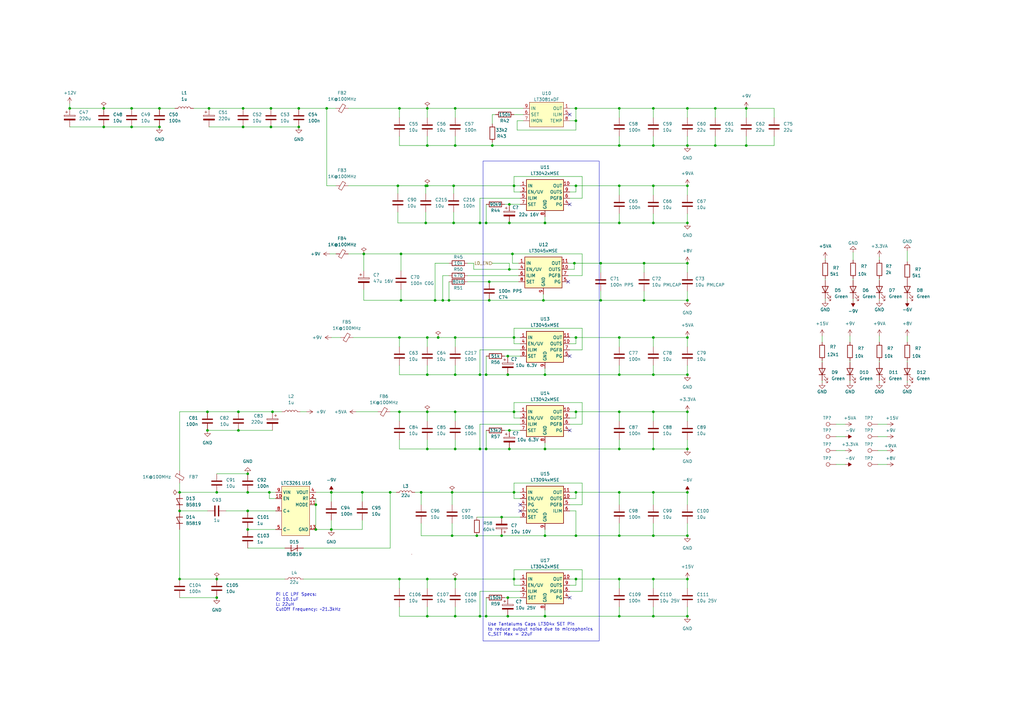
<source format=kicad_sch>
(kicad_sch (version 20230121) (generator eeschema)
  (paper "A3")
  (title_block (title "analog supply") (date "2023-11-27") (rev "r0_3") (company "M-Labs Limited") (comment 1 "Linus Woo Chun Kit"))
  (junction (at 175.26 237.49))
  (junction (at 223.52 184.15))
  (junction (at 236.22 76.2))
  (junction (at 210.82 201.93))
  (junction (at 65.405 44.45))
  (junction (at 208.28 146.05))
  (junction (at 208.28 153.67))
  (junction (at 210.82 76.2))
  (junction (at 236.22 168.91))
  (junction (at 185.42 219.71))
  (junction (at 101.6 217.17))
  (junction (at 254 184.15))
  (junction (at 185.42 201.93))
  (junction (at 135.89 217.17))
  (junction (at 133.985 44.45))
  (junction (at 178.435 123.19))
  (junction (at 281.94 59.69))
  (junction (at 293.37 44.45))
  (junction (at 210.82 138.43))
  (junction (at 254 91.44))
  (junction (at 174.625 91.44))
  (junction (at 236.22 49.53))
  (junction (at 196.85 184.15))
  (junction (at 174.625 76.2))
  (junction (at 88.9 237.49))
  (junction (at 186.055 76.2))
  (junction (at 199.39 252.73))
  (junction (at 205.74 212.09))
  (junction (at 65.405 52.07))
  (junction (at 254 44.45))
  (junction (at 210.185 104.14))
  (junction (at 267.97 76.2))
  (junction (at 199.39 153.67))
  (junction (at 254 237.49))
  (junction (at 111.76 168.91))
  (junction (at 281.94 107.95))
  (junction (at 160.02 201.93))
  (junction (at 195.58 219.71))
  (junction (at 186.69 138.43))
  (junction (at 186.69 153.67))
  (junction (at 85.725 44.45))
  (junction (at 53.975 52.07))
  (junction (at 175.26 59.69))
  (junction (at 267.97 201.93))
  (junction (at 99.695 52.07))
  (junction (at 28.575 44.45))
  (junction (at 281.94 138.43))
  (junction (at 267.97 138.43))
  (junction (at 208.915 176.53))
  (junction (at 85.09 168.91))
  (junction (at 196.85 91.44))
  (junction (at 184.15 123.19))
  (junction (at 267.97 252.73))
  (junction (at 281.94 237.49))
  (junction (at 186.69 252.73))
  (junction (at 293.37 59.69))
  (junction (at 254 219.71))
  (junction (at 97.79 168.91))
  (junction (at 148.59 201.93))
  (junction (at 223.52 153.67))
  (junction (at 223.52 91.44))
  (junction (at 236.22 44.45))
  (junction (at 101.6 209.55))
  (junction (at 281.94 76.2))
  (junction (at 281.94 201.93))
  (junction (at 281.94 168.91))
  (junction (at 200.66 115.57))
  (junction (at 281.94 123.19))
  (junction (at 186.69 237.49))
  (junction (at 208.915 91.44))
  (junction (at 186.69 184.15))
  (junction (at 163.83 168.91))
  (junction (at 236.22 219.71))
  (junction (at 254 168.91))
  (junction (at 222.885 123.19))
  (junction (at 306.07 59.69))
  (junction (at 281.94 252.73))
  (junction (at 186.055 91.44))
  (junction (at 164.465 104.14))
  (junction (at 281.94 184.15))
  (junction (at 267.97 44.45))
  (junction (at 135.89 201.93))
  (junction (at 208.915 110.49))
  (junction (at 208.28 252.73))
  (junction (at 267.97 168.91))
  (junction (at 175.26 168.91))
  (junction (at 175.26 138.43))
  (junction (at 281.94 219.71))
  (junction (at 186.69 59.69))
  (junction (at 122.555 52.07))
  (junction (at 208.28 245.11))
  (junction (at 236.22 201.93))
  (junction (at 99.695 44.45))
  (junction (at 254 153.67))
  (junction (at 254 138.43))
  (junction (at 210.82 168.91))
  (junction (at 281.94 91.44))
  (junction (at 254 59.69))
  (junction (at 267.97 184.15))
  (junction (at 264.16 123.19))
  (junction (at 254 76.2))
  (junction (at 101.6 201.93))
  (junction (at 208.915 184.15))
  (junction (at 175.26 252.73))
  (junction (at 122.555 44.45))
  (junction (at 181.61 123.19))
  (junction (at 73.66 209.55))
  (junction (at 201.93 59.69))
  (junction (at 267.97 237.49))
  (junction (at 196.85 252.73))
  (junction (at 111.125 52.07))
  (junction (at 175.26 184.15))
  (junction (at 163.83 138.43))
  (junction (at 88.9 201.93))
  (junction (at 254 201.93))
  (junction (at 205.74 219.71))
  (junction (at 85.09 176.53))
  (junction (at 163.195 76.2))
  (junction (at 110.49 201.93))
  (junction (at 235.585 107.95))
  (junction (at 267.97 219.71))
  (junction (at 223.52 252.73))
  (junction (at 175.26 153.67))
  (junction (at 73.66 201.93))
  (junction (at 97.79 176.53))
  (junction (at 267.97 59.69))
  (junction (at 42.545 52.07))
  (junction (at 236.22 237.49))
  (junction (at 281.94 153.67))
  (junction (at 175.26 76.2))
  (junction (at 264.16 107.95))
  (junction (at 306.07 44.45))
  (junction (at 179.705 138.43))
  (junction (at 208.915 83.82))
  (junction (at 163.83 44.45))
  (junction (at 223.52 219.71))
  (junction (at 199.39 184.15))
  (junction (at 101.6 194.31))
  (junction (at 88.9 245.11))
  (junction (at 200.66 123.19))
  (junction (at 267.97 91.44))
  (junction (at 246.38 123.19))
  (junction (at 175.26 44.45))
  (junction (at 210.82 237.49))
  (junction (at 254 252.73))
  (junction (at 281.94 44.45))
  (junction (at 73.66 237.49))
  (junction (at 163.83 237.49))
  (junction (at 186.69 168.91))
  (junction (at 129.54 207.01))
  (junction (at 53.975 44.45))
  (junction (at 267.97 153.67))
  (junction (at 111.125 44.45))
  (junction (at 42.545 44.45))
  (junction (at 186.69 44.45))
  (junction (at 246.38 107.95))
  (junction (at 164.465 123.19))
  (junction (at 129.54 217.17))
  (junction (at 172.72 201.93))
  (junction (at 149.225 104.14))
  (junction (at 236.22 138.43))
  (junction (at 199.39 91.44))
  (junction (at 196.85 153.67))
  (no_connect (at 233.68 176.53))
  (no_connect (at 233.68 245.11))
  (no_connect (at 233.045 115.57))
  (no_connect (at 233.68 46.99))
  (no_connect (at 213.36 209.55))
  (no_connect (at 213.36 207.01))
  (no_connect (at 233.68 83.82))
  (no_connect (at 233.68 146.05))
  (wire (pts (xy 88.9 201.93) (xy 101.6 201.93)))
  (wire (pts (xy 207.01 176.53) (xy 208.915 176.53)))
  (wire (pts (xy 28.575 42.545) (xy 28.575 44.45)))
  (wire (pts (xy 222.885 123.19) (xy 246.38 123.19)))
  (wire (pts (xy 267.97 214.63) (xy 267.97 219.71)))
  (wire (pts (xy 267.97 153.67) (xy 267.97 149.86)))
  (wire (pts (xy 196.85 81.28) (xy 196.85 91.44)))
  (wire (pts (xy 175.26 241.3) (xy 175.26 237.49)))
  (wire (pts (xy 124.46 237.49) (xy 163.83 237.49)))
  (wire (pts (xy 254 237.49) (xy 254 241.3)))
  (wire (pts (xy 233.68 140.97) (xy 236.22 140.97)))
  (wire (pts (xy 148.59 201.93) (xy 148.59 205.74)))
  (wire (pts (xy 281.94 252.73) (xy 281.94 248.92)))
  (wire (pts (xy 208.28 153.67) (xy 223.52 153.67)))
  (wire (pts (xy 246.38 107.95) (xy 246.38 111.76)))
  (wire (pts (xy 135.89 213.36) (xy 135.89 217.17)))
  (wire (pts (xy 163.83 252.73) (xy 163.83 248.92)))
  (wire (pts (xy 349.885 106.68) (xy 349.885 103.505)))
  (wire (pts (xy 111.125 44.45) (xy 122.555 44.45)))
  (wire (pts (xy 135.89 217.17) (xy 129.54 217.17)))
  (wire (pts (xy 201.93 58.42) (xy 201.93 59.69)))
  (wire (pts (xy 196.85 91.44) (xy 199.39 91.44)))
  (wire (pts (xy 208.915 91.44) (xy 223.52 91.44)))
  (wire (pts (xy 264.16 107.95) (xy 264.16 111.76)))
  (wire (pts (xy 342.9 179.07) (xy 346.71 179.07)))
  (wire (pts (xy 267.97 252.73) (xy 281.94 252.73)))
  (wire (pts (xy 186.69 172.72) (xy 186.69 168.91)))
  (wire (pts (xy 181.61 113.03) (xy 184.15 113.03)))
  (wire (pts (xy 236.22 219.71) (xy 223.52 219.71)))
  (wire (pts (xy 175.26 252.73) (xy 175.26 248.92)))
  (wire (pts (xy 201.93 50.8) (xy 201.93 46.99)))
  (wire (pts (xy 267.97 153.67) (xy 281.94 153.67)))
  (wire (pts (xy 85.09 176.53) (xy 97.79 176.53)))
  (wire (pts (xy 186.055 76.2) (xy 186.055 79.375)))
  (wire (pts (xy 210.82 76.2) (xy 213.36 76.2)))
  (wire (pts (xy 85.09 168.91) (xy 97.79 168.91)))
  (wire (pts (xy 342.9 184.785) (xy 346.71 184.785)))
  (wire (pts (xy 163.83 59.69) (xy 175.26 59.69)))
  (wire (pts (xy 210.82 237.49) (xy 213.36 237.49)))
  (wire (pts (xy 254 219.71) (xy 254 214.63)))
  (wire (pts (xy 129.54 201.93) (xy 135.89 201.93)))
  (wire (pts (xy 293.37 44.45) (xy 281.94 44.45)))
  (wire (pts (xy 337.185 137.795) (xy 337.185 140.335)))
  (wire (pts (xy 170.18 201.93) (xy 172.72 201.93)))
  (wire (pts (xy 208.28 146.05) (xy 213.36 146.05)))
  (wire (pts (xy 199.39 245.11) (xy 199.39 252.73)))
  (wire (pts (xy 172.72 214.63) (xy 172.72 219.71)))
  (wire (pts (xy 92.71 209.55) (xy 101.6 209.55)))
  (wire (pts (xy 199.39 184.15) (xy 208.915 184.15)))
  (wire (pts (xy 185.42 219.71) (xy 195.58 219.71)))
  (wire (pts (xy 175.26 184.15) (xy 186.69 184.15)))
  (wire (pts (xy 164.465 118.745) (xy 164.465 123.19)))
  (wire (pts (xy 199.39 91.44) (xy 208.915 91.44)))
  (wire (pts (xy 213.36 204.47) (xy 210.82 204.47)))
  (wire (pts (xy 317.5 48.26) (xy 317.5 44.45)))
  (wire (pts (xy 122.555 44.45) (xy 133.985 44.45)))
  (wire (pts (xy 254 219.71) (xy 267.97 219.71)))
  (wire (pts (xy 163.83 252.73) (xy 175.26 252.73)))
  (wire (pts (xy 185.42 201.93) (xy 210.82 201.93)))
  (wire (pts (xy 186.69 168.91) (xy 210.82 168.91)))
  (wire (pts (xy 293.37 59.69) (xy 306.07 59.69)))
  (wire (pts (xy 184.15 115.57) (xy 184.15 123.19)))
  (wire (pts (xy 199.39 146.05) (xy 199.39 153.67)))
  (wire (pts (xy 254 153.67) (xy 254 149.86)))
  (wire (pts (xy 238.76 134.62) (xy 210.82 134.62)))
  (wire (pts (xy 142.875 76.2) (xy 163.195 76.2)))
  (wire (pts (xy 174.625 86.995) (xy 174.625 91.44)))
  (wire (pts (xy 199.39 153.67) (xy 208.28 153.67)))
  (wire (pts (xy 175.26 149.86) (xy 175.26 153.67)))
  (wire (pts (xy 281.94 59.69) (xy 293.37 59.69)))
  (wire (pts (xy 172.72 219.71) (xy 185.42 219.71)))
  (wire (pts (xy 223.52 91.44) (xy 254 91.44)))
  (wire (pts (xy 236.22 240.03) (xy 236.22 237.49)))
  (wire (pts (xy 101.6 224.79) (xy 116.84 224.79)))
  (wire (pts (xy 254 184.15) (xy 254 180.34)))
  (wire (pts (xy 210.82 140.97) (xy 210.82 138.43)))
  (wire (pts (xy 42.545 52.07) (xy 53.975 52.07)))
  (wire (pts (xy 196.85 81.28) (xy 213.36 81.28)))
  (wire (pts (xy 163.83 149.86) (xy 163.83 153.67)))
  (wire (pts (xy 267.97 59.69) (xy 254 59.69)))
  (wire (pts (xy 212.09 49.53) (xy 214.63 49.53)))
  (wire (pts (xy 246.38 107.95) (xy 264.16 107.95)))
  (wire (pts (xy 267.97 91.44) (xy 267.97 87.63)))
  (wire (pts (xy 223.52 250.19) (xy 223.52 252.73)))
  (wire (pts (xy 200.66 123.19) (xy 222.885 123.19)))
  (wire (pts (xy 246.38 123.19) (xy 246.38 119.38)))
  (wire (pts (xy 254 201.93) (xy 267.97 201.93)))
  (wire (pts (xy 200.66 115.57) (xy 212.725 115.57)))
  (wire (pts (xy 372.11 140.335) (xy 372.11 137.795)))
  (wire (pts (xy 360.68 114.3) (xy 360.68 114.935)))
  (wire (pts (xy 195.58 219.71) (xy 205.74 219.71)))
  (wire (pts (xy 186.69 44.45) (xy 214.63 44.45)))
  (wire (pts (xy 196.85 173.99) (xy 213.36 173.99)))
  (wire (pts (xy 360.045 184.785) (xy 363.855 184.785)))
  (wire (pts (xy 175.26 184.15) (xy 175.26 180.34)))
  (wire (pts (xy 233.045 113.03) (xy 238.76 113.03)))
  (wire (pts (xy 210.185 107.95) (xy 212.725 107.95)))
  (wire (pts (xy 186.69 241.3) (xy 186.69 237.49)))
  (wire (pts (xy 163.195 86.995) (xy 163.195 91.44)))
  (wire (pts (xy 254 237.49) (xy 267.97 237.49)))
  (wire (pts (xy 146.05 168.91) (xy 154.94 168.91)))
  (wire (pts (xy 236.22 237.49) (xy 254 237.49)))
  (wire (pts (xy 210.82 201.93) (xy 213.36 201.93)))
  (wire (pts (xy 236.22 44.45) (xy 236.22 49.53)))
  (wire (pts (xy 164.465 104.14) (xy 210.185 104.14)))
  (wire (pts (xy 210.82 78.74) (xy 210.82 76.2)))
  (wire (pts (xy 196.85 252.73) (xy 199.39 252.73)))
  (wire (pts (xy 236.22 219.71) (xy 254 219.71)))
  (wire (pts (xy 210.82 138.43) (xy 213.36 138.43)))
  (wire (pts (xy 73.66 237.49) (xy 88.9 237.49)))
  (wire (pts (xy 73.66 198.12) (xy 73.66 201.93)))
  (wire (pts (xy 337.185 148.59) (xy 337.185 147.955)))
  (wire (pts (xy 238.76 173.99) (xy 238.76 165.1)))
  (wire (pts (xy 175.26 172.72) (xy 175.26 168.91)))
  (wire (pts (xy 99.695 52.07) (xy 111.125 52.07)))
  (wire (pts (xy 73.66 237.49) (xy 73.66 217.17)))
  (wire (pts (xy 238.76 165.1) (xy 210.82 165.1)))
  (wire (pts (xy 184.15 107.95) (xy 178.435 107.95)))
  (wire (pts (xy 99.695 44.45) (xy 111.125 44.45)))
  (wire (pts (xy 208.915 184.15) (xy 223.52 184.15)))
  (wire (pts (xy 281.94 76.2) (xy 281.94 80.01)))
  (wire (pts (xy 163.83 172.72) (xy 163.83 168.91)))
  (wire (pts (xy 281.94 184.15) (xy 281.94 180.34)))
  (wire (pts (xy 201.93 46.99) (xy 203.2 46.99)))
  (wire (pts (xy 238.76 104.14) (xy 210.185 104.14)))
  (wire (pts (xy 210.82 240.03) (xy 210.82 237.49)))
  (wire (pts (xy 281.94 168.91) (xy 281.94 172.72)))
  (wire (pts (xy 233.68 143.51) (xy 238.76 143.51)))
  (wire (pts (xy 254 48.26) (xy 254 44.45)))
  (wire (pts (xy 181.61 113.03) (xy 181.61 123.19)))
  (wire (pts (xy 236.22 201.93) (xy 254 201.93)))
  (wire (pts (xy 163.195 76.2) (xy 163.195 79.375)))
  (wire (pts (xy 175.26 168.91) (xy 186.69 168.91)))
  (wire (pts (xy 208.915 176.53) (xy 213.36 176.53)))
  (wire (pts (xy 233.68 240.03) (xy 236.22 240.03)))
  (wire (pts (xy 201.93 59.69) (xy 254 59.69)))
  (wire (pts (xy 175.26 44.45) (xy 186.69 44.45)))
  (wire (pts (xy 142.875 44.45) (xy 163.83 44.45)))
  (wire (pts (xy 111.125 52.07) (xy 122.555 52.07)))
  (wire (pts (xy 236.22 138.43) (xy 254 138.43)))
  (wire (pts (xy 110.49 201.93) (xy 113.03 201.93)))
  (wire (pts (xy 360.045 179.07) (xy 363.855 179.07)))
  (wire (pts (xy 233.68 173.99) (xy 238.76 173.99)))
  (wire (pts (xy 194.31 107.95) (xy 194.31 110.49)))
  (wire (pts (xy 210.82 134.62) (xy 210.82 138.43)))
  (wire (pts (xy 267.97 76.2) (xy 267.97 80.01)))
  (wire (pts (xy 267.97 138.43) (xy 281.94 138.43)))
  (wire (pts (xy 254 44.45) (xy 267.97 44.45)))
  (wire (pts (xy 254 91.44) (xy 267.97 91.44)))
  (wire (pts (xy 264.16 123.19) (xy 264.16 119.38)))
  (wire (pts (xy 174.625 76.2) (xy 175.26 76.2)))
  (wire (pts (xy 186.69 138.43) (xy 210.82 138.43)))
  (wire (pts (xy 238.76 113.03) (xy 238.76 104.14)))
  (wire (pts (xy 223.52 151.13) (xy 223.52 153.67)))
  (wire (pts (xy 208.915 110.49) (xy 212.725 110.49)))
  (wire (pts (xy 233.68 138.43) (xy 236.22 138.43)))
  (wire (pts (xy 163.83 59.69) (xy 163.83 55.88)))
  (wire (pts (xy 233.68 81.28) (xy 238.76 81.28)))
  (wire (pts (xy 196.85 153.67) (xy 199.39 153.67)))
  (wire (pts (xy 223.52 181.61) (xy 223.52 184.15)))
  (wire (pts (xy 113.03 204.47) (xy 110.49 204.47)))
  (wire (pts (xy 73.66 245.11) (xy 88.9 245.11)))
  (wire (pts (xy 186.69 59.69) (xy 201.93 59.69)))
  (wire (pts (xy 233.68 76.2) (xy 236.22 76.2)))
  (wire (pts (xy 185.42 214.63) (xy 185.42 219.71)))
  (wire (pts (xy 164.465 104.14) (xy 164.465 111.125)))
  (wire (pts (xy 348.615 148.59) (xy 348.615 147.955)))
  (wire (pts (xy 175.26 252.73) (xy 186.69 252.73)))
  (wire (pts (xy 186.69 48.26) (xy 186.69 44.45)))
  (wire (pts (xy 186.055 91.44) (xy 196.85 91.44)))
  (wire (pts (xy 135.89 201.93) (xy 148.59 201.93)))
  (wire (pts (xy 208.915 83.82) (xy 213.36 83.82)))
  (wire (pts (xy 115.57 168.91) (xy 111.76 168.91)))
  (wire (pts (xy 123.19 168.91) (xy 125.73 168.91)))
  (wire (pts (xy 267.97 44.45) (xy 281.94 44.45)))
  (wire (pts (xy 199.39 176.53) (xy 199.39 184.15)))
  (wire (pts (xy 254 168.91) (xy 254 172.72)))
  (wire (pts (xy 254 201.93) (xy 254 207.01)))
  (wire (pts (xy 185.42 201.93) (xy 185.42 207.01)))
  (wire (pts (xy 135.89 201.93) (xy 135.89 205.74)))
  (wire (pts (xy 213.36 78.74) (xy 210.82 78.74)))
  (wire (pts (xy 267.97 48.26) (xy 267.97 44.45)))
  (wire (pts (xy 163.83 237.49) (xy 175.26 237.49)))
  (wire (pts (xy 186.055 76.2) (xy 210.82 76.2)))
  (wire (pts (xy 196.85 143.51) (xy 213.36 143.51)))
  (wire (pts (xy 163.195 76.2) (xy 174.625 76.2)))
  (wire (pts (xy 186.69 252.73) (xy 186.69 248.92)))
  (wire (pts (xy 233.68 168.91) (xy 236.22 168.91)))
  (wire (pts (xy 212.09 49.53) (xy 212.09 53.34)))
  (wire (pts (xy 372.11 102.87) (xy 372.11 107.315)))
  (wire (pts (xy 179.705 138.43) (xy 186.69 138.43)))
  (wire (pts (xy 236.22 49.53) (xy 233.68 49.53)))
  (wire (pts (xy 246.38 123.19) (xy 264.16 123.19)))
  (wire (pts (xy 338.455 114.935) (xy 338.455 114.3)))
  (wire (pts (xy 233.68 171.45) (xy 236.22 171.45)))
  (wire (pts (xy 254 91.44) (xy 254 87.63)))
  (wire (pts (xy 293.37 55.88) (xy 293.37 59.69)))
  (wire (pts (xy 238.76 81.28) (xy 238.76 72.39)))
  (wire (pts (xy 213.36 240.03) (xy 210.82 240.03)))
  (wire (pts (xy 175.26 153.67) (xy 186.69 153.67)))
  (wire (pts (xy 236.22 209.55) (xy 236.22 219.71)))
  (wire (pts (xy 163.83 153.67) (xy 175.26 153.67)))
  (wire (pts (xy 254 153.67) (xy 267.97 153.67)))
  (wire (pts (xy 101.6 217.17) (xy 113.03 217.17)))
  (wire (pts (xy 163.83 241.3) (xy 163.83 237.49)))
  (wire (pts (xy 306.07 44.45) (xy 293.37 44.45)))
  (wire (pts (xy 317.5 59.69) (xy 306.07 59.69)))
  (wire (pts (xy 233.68 242.57) (xy 238.76 242.57)))
  (wire (pts (xy 163.83 138.43) (xy 163.83 142.24)))
  (wire (pts (xy 236.22 168.91) (xy 254 168.91)))
  (wire (pts (xy 223.52 219.71) (xy 223.52 217.17)))
  (wire (pts (xy 160.02 224.79) (xy 160.02 201.93)))
  (wire (pts (xy 163.83 48.26) (xy 163.83 44.45)))
  (wire (pts (xy 236.22 53.34) (xy 236.22 49.53)))
  (wire (pts (xy 65.405 44.45) (xy 71.755 44.45)))
  (wire (pts (xy 267.97 201.93) (xy 281.94 201.93)))
  (wire (pts (xy 306.07 48.26) (xy 306.07 44.45)))
  (wire (pts (xy 148.59 217.17) (xy 135.89 217.17)))
  (wire (pts (xy 79.375 44.45) (xy 85.725 44.45)))
  (wire (pts (xy 338.455 106.045) (xy 338.455 106.68)))
  (wire (pts (xy 175.26 48.26) (xy 175.26 44.45)))
  (wire (pts (xy 267.97 237.49) (xy 281.94 237.49)))
  (wire (pts (xy 191.77 107.95) (xy 194.31 107.95)))
  (wire (pts (xy 110.49 204.47) (xy 110.49 201.93)))
  (wire (pts (xy 175.26 59.69) (xy 175.26 55.88)))
  (wire (pts (xy 210.82 168.91) (xy 213.36 168.91)))
  (wire (pts (xy 267.97 201.93) (xy 267.97 207.01)))
  (wire (pts (xy 342.9 190.5) (xy 346.71 190.5)))
  (wire (pts (xy 254 252.73) (xy 254 248.92)))
  (wire (pts (xy 233.68 78.74) (xy 236.22 78.74)))
  (wire (pts (xy 172.72 201.93) (xy 172.72 207.01)))
  (wire (pts (xy 186.69 149.86) (xy 186.69 153.67)))
  (wire (pts (xy 238.76 72.39) (xy 210.82 72.39)))
  (wire (pts (xy 184.15 123.19) (xy 200.66 123.19)))
  (wire (pts (xy 254 252.73) (xy 267.97 252.73)))
  (wire (pts (xy 235.585 107.95) (xy 246.38 107.95)))
  (wire (pts (xy 186.055 86.995) (xy 186.055 91.44)))
  (wire (pts (xy 236.22 140.97) (xy 236.22 138.43)))
  (wire (pts (xy 129.54 207.01) (xy 129.54 217.17)))
  (wire (pts (xy 195.58 212.09) (xy 205.74 212.09)))
  (wire (pts (xy 267.97 252.73) (xy 267.97 248.92)))
  (wire (pts (xy 233.045 110.49) (xy 235.585 110.49)))
  (wire (pts (xy 28.575 44.45) (xy 42.545 44.45)))
  (wire (pts (xy 199.39 252.73) (xy 208.28 252.73)))
  (wire (pts (xy 186.69 59.69) (xy 186.69 55.88)))
  (wire (pts (xy 137.795 76.2) (xy 133.985 76.2)))
  (wire (pts (xy 254 55.88) (xy 254 59.69)))
  (wire (pts (xy 264.16 123.19) (xy 281.94 123.19)))
  (wire (pts (xy 174.625 91.44) (xy 186.055 91.44)))
  (wire (pts (xy 196.85 242.57) (xy 196.85 252.73)))
  (wire (pts (xy 267.97 91.44) (xy 281.94 91.44)))
  (wire (pts (xy 360.045 173.99) (xy 363.855 173.99)))
  (wire (pts (xy 73.66 209.55) (xy 85.09 209.55)))
  (wire (pts (xy 186.69 237.49) (xy 210.82 237.49)))
  (wire (pts (xy 101.6 201.93) (xy 110.49 201.93)))
  (wire (pts (xy 85.725 44.45) (xy 99.695 44.45)))
  (wire (pts (xy 186.69 184.15) (xy 186.69 180.34)))
  (wire (pts (xy 235.585 110.49) (xy 235.585 107.95)))
  (wire (pts (xy 73.66 168.91) (xy 73.66 193.04)))
  (wire (pts (xy 210.82 46.99) (xy 214.63 46.99)))
  (wire (pts (xy 133.985 44.45) (xy 133.985 76.2)))
  (wire (pts (xy 135.255 104.14) (xy 137.795 104.14)))
  (wire (pts (xy 349.885 114.935) (xy 349.885 114.3)))
  (wire (pts (xy 88.9 237.49) (xy 116.84 237.49)))
  (wire (pts (xy 163.195 91.44) (xy 174.625 91.44)))
  (wire (pts (xy 233.045 107.95) (xy 235.585 107.95)))
  (wire (pts (xy 210.82 72.39) (xy 210.82 76.2)))
  (wire (pts (xy 281.94 44.45) (xy 281.94 48.26)))
  (wire (pts (xy 254 76.2) (xy 267.97 76.2)))
  (wire (pts (xy 233.68 237.49) (xy 236.22 237.49)))
  (wire (pts (xy 178.435 123.19) (xy 181.61 123.19)))
  (wire (pts (xy 181.61 123.19) (xy 184.15 123.19)))
  (wire (pts (xy 238.76 198.12) (xy 210.82 198.12)))
  (wire (pts (xy 233.68 44.45) (xy 236.22 44.45)))
  (wire (pts (xy 135.89 138.43) (xy 139.7 138.43)))
  (wire (pts (xy 196.85 143.51) (xy 196.85 153.67)))
  (wire (pts (xy 186.69 153.67) (xy 196.85 153.67)))
  (wire (pts (xy 281.94 91.44) (xy 281.94 87.63)))
  (wire (pts (xy 28.575 52.07) (xy 42.545 52.07)))
  (wire (pts (xy 338.455 123.19) (xy 338.455 122.555)))
  (wire (pts (xy 196.85 173.99) (xy 196.85 184.15)))
  (wire (pts (xy 205.74 212.09) (xy 213.36 212.09)))
  (wire (pts (xy 281.94 138.43) (xy 281.94 142.24)))
  (wire (pts (xy 317.5 55.88) (xy 317.5 59.69)))
  (wire (pts (xy 281.94 153.67) (xy 281.94 149.86)))
  (wire (pts (xy 191.77 115.57) (xy 200.66 115.57)))
  (wire (pts (xy 233.68 204.47) (xy 236.22 204.47)))
  (wire (pts (xy 201.93 107.95) (xy 208.915 107.95)))
  (wire (pts (xy 238.76 207.01) (xy 238.76 198.12)))
  (wire (pts (xy 372.11 122.555) (xy 372.11 123.19)))
  (wire (pts (xy 163.83 168.91) (xy 175.26 168.91)))
  (wire (pts (xy 236.22 78.74) (xy 236.22 76.2)))
  (wire (pts (xy 196.85 184.15) (xy 199.39 184.15)))
  (wire (pts (xy 208.915 107.95) (xy 208.915 110.49)))
  (wire (pts (xy 212.09 53.34) (xy 236.22 53.34)))
  (wire (pts (xy 174.625 76.2) (xy 174.625 79.375)))
  (wire (pts (xy 196.85 242.57) (xy 213.36 242.57)))
  (wire (pts (xy 210.82 171.45) (xy 210.82 168.91)))
  (wire (pts (xy 208.28 252.73) (xy 223.52 252.73)))
  (wire (pts (xy 210.82 198.12) (xy 210.82 201.93)))
  (wire (pts (xy 133.985 44.45) (xy 137.795 44.45)))
  (wire (pts (xy 213.36 140.97) (xy 210.82 140.97)))
  (wire (pts (xy 238.76 242.57) (xy 238.76 233.68)))
  (wire (pts (xy 88.9 194.31) (xy 101.6 194.31)))
  (wire (pts (xy 164.465 123.19) (xy 178.435 123.19)))
  (wire (pts (xy 281.94 123.19) (xy 281.94 119.38)))
  (wire (pts (xy 267.97 168.91) (xy 267.97 172.72)))
  (wire (pts (xy 293.37 44.45) (xy 293.37 48.26)))
  (wire (pts (xy 149.225 123.19) (xy 164.465 123.19)))
  (wire (pts (xy 267.97 76.2) (xy 281.94 76.2)))
  (wire (pts (xy 53.975 52.07) (xy 65.405 52.07)))
  (wire (pts (xy 210.82 204.47) (xy 210.82 201.93)))
  (wire (pts (xy 360.68 156.845) (xy 360.68 156.21)))
  (wire (pts (xy 372.11 148.59) (xy 372.11 147.955)))
  (wire (pts (xy 342.9 173.99) (xy 346.71 173.99)))
  (wire (pts (xy 207.01 245.11) (xy 208.28 245.11)))
  (wire (pts (xy 238.76 233.68) (xy 210.82 233.68)))
  (wire (pts (xy 175.26 138.43) (xy 175.26 142.24)))
  (wire (pts (xy 254 138.43) (xy 267.97 138.43)))
  (wire (pts (xy 149.225 118.745) (xy 149.225 123.19)))
  (wire (pts (xy 222.885 120.65) (xy 222.885 123.19)))
  (wire (pts (xy 267.97 219.71) (xy 281.94 219.71)))
  (wire (pts (xy 223.52 88.9) (xy 223.52 91.44)))
  (wire (pts (xy 73.66 168.91) (xy 85.09 168.91)))
  (wire (pts (xy 360.68 106.68) (xy 360.68 105.41)))
  (wire (pts (xy 267.97 237.49) (xy 267.97 241.3)))
  (wire (pts (xy 254 184.15) (xy 267.97 184.15)))
  (wire (pts (xy 360.045 190.5) (xy 363.855 190.5)))
  (wire (pts (xy 236.22 171.45) (xy 236.22 168.91)))
  (wire (pts (xy 210.82 233.68) (xy 210.82 237.49)))
  (wire (pts (xy 281.94 55.88) (xy 281.94 59.69)))
  (wire (pts (xy 372.11 156.845) (xy 372.11 156.21)))
  (wire (pts (xy 42.545 44.45) (xy 53.975 44.45)))
  (wire (pts (xy 205.74 219.71) (xy 223.52 219.71)))
  (wire (pts (xy 199.39 83.82) (xy 199.39 91.44)))
  (wire (pts (xy 160.02 168.91) (xy 163.83 168.91)))
  (wire (pts (xy 124.46 224.79) (xy 160.02 224.79)))
  (wire (pts (xy 254 138.43) (xy 254 142.24)))
  (wire (pts (xy 186.69 138.43) (xy 186.69 142.24)))
  (wire (pts (xy 149.225 104.14) (xy 149.225 111.125)))
  (wire (pts (xy 210.82 165.1) (xy 210.82 168.91)))
  (wire (pts (xy 264.16 107.95) (xy 281.94 107.95)))
  (wire (pts (xy 306.07 59.69) (xy 306.07 55.88)))
  (wire (pts (xy 175.26 76.2) (xy 186.055 76.2)))
  (wire (pts (xy 53.975 44.45) (xy 65.405 44.45)))
  (wire (pts (xy 175.26 59.69) (xy 186.69 59.69)))
  (wire (pts (xy 163.83 184.15) (xy 175.26 184.15)))
  (wire (pts (xy 175.26 237.49) (xy 186.69 237.49)))
  (wire (pts (xy 254 168.91) (xy 267.97 168.91)))
  (wire (pts (xy 111.76 168.91) (xy 97.79 168.91)))
  (wire (pts (xy 348.615 140.335) (xy 348.615 137.795)))
  (wire (pts (xy 160.02 201.93) (xy 148.59 201.93)))
  (wire (pts (xy 348.615 156.21) (xy 348.615 156.845)))
  (wire (pts (xy 172.72 201.93) (xy 185.42 201.93)))
  (wire (pts (xy 281.94 201.93) (xy 281.94 207.01)))
  (wire (pts (xy 85.725 52.07) (xy 99.695 52.07)))
  (wire (pts (xy 101.6 209.55) (xy 113.03 209.55)))
  (wire (pts (xy 223.52 153.67) (xy 254 153.67)))
  (wire (pts (xy 142.875 104.14) (xy 149.225 104.14)))
  (wire (pts (xy 238.76 143.51) (xy 238.76 134.62)))
  (wire (pts (xy 73.66 201.93) (xy 88.9 201.93)))
  (wire (pts (xy 317.5 44.45) (xy 306.07 44.45)))
  (wire (pts (xy 360.68 148.59) (xy 360.68 147.955)))
  (wire (pts (xy 267.97 168.91) (xy 281.94 168.91)))
  (wire (pts (xy 233.68 207.01) (xy 238.76 207.01)))
  (wire (pts (xy 236.22 76.2) (xy 254 76.2)))
  (wire (pts (xy 236.22 204.47) (xy 236.22 201.93)))
  (wire (pts (xy 178.435 107.95) (xy 178.435 123.19)))
  (wire (pts (xy 236.22 44.45) (xy 254 44.45)))
  (wire (pts (xy 144.78 138.43) (xy 163.83 138.43)))
  (wire (pts (xy 236.22 209.55) (xy 233.68 209.55)))
  (wire (pts (xy 111.76 176.53) (xy 97.79 176.53)))
  (wire (pts (xy 149.225 104.14) (xy 164.465 104.14)))
  (wire (pts (xy 186.69 184.15) (xy 196.85 184.15)))
  (wire (pts (xy 337.185 156.21) (xy 337.185 156.845)))
  (wire (pts (xy 267.97 184.15) (xy 267.97 180.34)))
  (wire (pts (xy 267.97 138.43) (xy 267.97 142.24)))
  (wire (pts (xy 194.31 110.49) (xy 208.915 110.49)))
  (wire (pts (xy 213.36 171.45) (xy 210.82 171.45)))
  (wire (pts (xy 349.885 122.555) (xy 349.885 123.19)))
  (wire (pts (xy 175.26 138.43) (xy 179.705 138.43)))
  (wire (pts (xy 360.68 140.335) (xy 360.68 137.795)))
  (wire (pts (xy 233.68 201.93) (xy 236.22 201.93)))
  (wire (pts (xy 254 76.2) (xy 254 80.01)))
  (wire (pts (xy 163.83 44.45) (xy 175.26 44.45)))
  (wire (pts (xy 223.52 184.15) (xy 254 184.15)))
  (wire (pts (xy 208.28 245.11) (xy 213.36 245.11)))
  (wire (pts (xy 207.01 83.82) (xy 208.915 83.82)))
  (wire (pts (xy 281.94 107.95) (xy 281.94 111.76)))
  (wire (pts (xy 163.83 138.43) (xy 175.26 138.43)))
  (wire (pts (xy 360.68 122.555) (xy 360.68 123.19)))
  (wire (pts (xy 281.94 237.49) (xy 281.94 241.3)))
  (wire (pts (xy 148.59 213.36) (xy 148.59 217.17)))
  (wire (pts (xy 267.97 55.88) (xy 267.97 59.69)))
  (wire (pts (xy 129.54 204.47) (xy 129.54 207.01)))
  (wire (pts (xy 267.97 59.69) (xy 281.94 59.69)))
  (wire (pts (xy 223.52 252.73) (xy 254 252.73)))
  (wire (pts (xy 186.69 252.73) (xy 196.85 252.73)))
  (wire (pts (xy 267.97 184.15) (xy 281.94 184.15)))
  (wire (pts (xy 210.185 104.14) (xy 210.185 107.95)))
  (wire (pts (xy 160.02 201.93) (xy 162.56 201.93)))
  (wire (pts (xy 281.94 214.63) (xy 281.94 219.71)))
  (wire (pts (xy 163.83 184.15) (xy 163.83 180.34)))
  (wire (pts (xy 207.01 146.05) (xy 208.28 146.05)))
  (wire (pts (xy 191.77 113.03) (xy 212.725 113.03)))
  (rectangle (start 198.12 66.04) (end 245.745 262.89))
  (text "Pi LC LPF Specs:\nC: 10.1uF\nL: 22uH\nCutOff Frequency: ~21.3kHz" (at 113.03 250.825 0) (effects (font (size 1.27 1.27)) (justify left bottom)))
  (text "Use Tantalums Caps LT304x SET Pin\nto reduce output noise due to microphonics\nC_SET Max = 22uF" (at 200.025 260.985 0) (effects (font (size 1.27 1.27)) (justify left bottom)))
  (hierarchical_label "LD_EN" (shape input) (at 201.93 107.95 180))
  (symbol (lib_id "Device:R") (at 195.58 215.9 0) (unit 1)
    (property "Reference" "R58" (at 198.12 214.6299 0) (effects (justify left)))
    (property "Value" "60k4" (at 198.12 217.1699 0) (effects (justify left)))
    (property "Footprint" "Resistor_SMD:R_0603_1608Metric" (effects hide))
    (property "MFR_PN" "RT0603FRE0760K4L" (effects hide))
    (property "MFR_PN_ALT" "RC0603FR-0760K4L" (effects hide))
  )
  (symbol (lib_id "Device:LED") (at 349.885 118.745 90) (unit 1)
    (property "Reference" "D6" (at 353.695 119.0625 90) (effects (justify right)))
    (property "Value" "Green" (at 353.695 121.6025 90) (effects (justify right)))
    (property "Footprint" "LED_SMD:LED_0603_1608Metric" (effects hide))
    (property "MFR_PN" "150060GS75000" (effects hide))
  )
  (symbol (lib_id "Device:LED") (at 372.11 152.4 90) (unit 1)
    (property "Reference" "D12" (at 375.92 152.7175 90) (effects (justify right)))
    (property "Value" "Green" (at 375.92 155.2575 90) (effects (justify right)))
    (property "Footprint" "LED_SMD:LED_0603_1608Metric" (effects hide))
    (property "MFR_PN" "150060GS75000" (effects hide))
  )
  (symbol (lib_id "Device:C") (at 85.09 172.72 0) (mirror y) (unit 1)
    (property "Reference" "C81" (at 81.28 171.4499 0) (effects (justify left)))
    (property "Value" "100n" (at 81.28 173.9899 0) (effects (justify left)))
    (property "Footprint" "Capacitor_SMD:C_0603_1608Metric" (effects hide))
    (property "MFR_PN" "CL10B104KB8NNWC" (effects hide))
    (property "MFR_PN_ALT" "CL10B104KB8NNNL" (effects hide))
  )
  (symbol (lib_id "Device:C") (at 254 83.82 0) (unit 1)
    (property "Reference" "C65" (at 257.81 82.5499 0) (effects (justify left)))
    (property "Value" "100n" (at 257.81 85.0899 0) (effects (justify left)))
    (property "Footprint" "Capacitor_SMD:C_0603_1608Metric" (effects hide))
    (property "MFR_PN" "CL10B104KB8NNWC" (effects hide))
    (property "MFR_PN_ALT" "CL10B104KB8NNNL" (effects hide))
  )
  (symbol (lib_id "power:+5VA") (at 281.94 138.43 0) (unit 1)
    (property "Reference" "#PWR0107" (effects hide))
    (property "Value" "+5VA" (at 281.94 133.35 0))
  )
  (symbol (lib_id "Device:C") (at 101.6 213.36 0) (unit 1)
    (property "Reference" "C101" (at 105.41 212.0899 0) (effects (justify left)))
    (property "Value" "1u" (at 105.41 214.6299 0) (effects (justify left)))
    (property "Footprint" "Capacitor_SMD:C_0603_1608Metric" (effects hide))
    (property "MFR_PN" "CL10B105KA8NNNC" (effects hide))
    (property "MFR_PN_ALT" "CGA3E1X7R1E105K080AC" (effects hide))
  )
  (symbol (lib_id "power:PWR_FLAG") (at 175.26 76.2 0) (unit 1)
    (property "Reference" "#FLG07" (effects hide))
    (property "Value" "PWR_FLAG" (effects hide))
  )
  (symbol (lib_id "Device:C") (at 148.59 209.55 0) (unit 1)
    (property "Reference" "C95" (at 152.4 208.2799 0) (effects (justify left)))
    (property "Value" "10u" (at 152.4 210.8199 0) (effects (justify left)))
    (property "Footprint" "Capacitor_SMD:C_0805_2012Metric" (effects hide))
    (property "MFR_PN" "CL21B106KOQNNNG" (effects hide))
    (property "MFR_PN_ALT" "CL21B106KOQNNNE" (effects hide))
  )
  (symbol (lib_id "Device:R") (at 203.2 83.82 90) (unit 1)
    (property "Reference" "R44" (at 203.2 86.36 90))
    (property "Value" "90k9" (at 203.2 83.82 90))
    (property "Footprint" "Resistor_SMD:R_0603_1608Metric" (effects hide))
    (property "MFR_PN" "RT0603FRE0790K9L" (effects hide))
    (property "MFR_PN_ALT" "ERJ-UP3F9092V" (effects hide))
  )
  (symbol (lib_id "Device:R") (at 203.2 245.11 90) (unit 1)
    (property "Reference" "R59" (at 203.2 247.65 90))
    (property "Value" "150k" (at 203.2 245.11 90))
    (property "Footprint" "Resistor_SMD:R_0603_1608Metric" (effects hide))
    (property "MFR_PN" "CRGCQ0603F150K" (effects hide))
    (property "MFR_PN_ALT" "RMCF0603FG150K" (effects hide))
  )
  (symbol (lib_id "Device:C") (at 281.94 210.82 0) (unit 1)
    (property "Reference" "C100" (at 285.75 209.5499 0) (effects (justify left)))
    (property "Value" "10u" (at 285.75 212.0899 0) (effects (justify left)))
    (property "Footprint" "Capacitor_SMD:C_0805_2012Metric" (effects hide))
    (property "MFR_PN" "CL21B106KOQNNNG" (effects hide))
    (property "MFR_PN_ALT" "CL21B106KOQNNNE" (effects hide))
  )
  (symbol (lib_id "Device:C") (at 99.695 48.26 0) (unit 1)
    (property "Reference" "C52" (at 103.505 46.9899 0) (effects (justify left)))
    (property "Value" "10u" (at 103.505 49.5299 0) (effects (justify left)))
    (property "Footprint" "Capacitor_SMD:C_0805_2012Metric" (effects hide))
    (property "MFR_PN" "CL21B106KOQNNNG" (effects hide))
    (property "MFR_PN_ALT" "CL21B106KOQNNNE" (effects hide))
  )
  (symbol (lib_id "Device:R") (at 338.455 110.49 180) (unit 1)
    (property "Reference" "R?" (at 342.9 109.855 0))
    (property "Value" "5k1" (at 342.265 112.395 0))
    (property "Footprint" "Resistor_SMD:R_0603_1608Metric" (effects hide))
    (property "MFR_PN" "RMCF0603FT5K10" (effects hide))
    (property "MFR_PN_ALT" "CR0603-FX-5101ELF" (effects hide))
    (instances (project "kirdy" (path "" (reference "R?") (unit 1)) (path "" (reference "R46") (unit 1))))
  )
  (symbol (lib_id "power:+9VA") (at 363.855 184.785 270) (unit 1)
    (property "Reference" "#PWR0123" (effects hide))
    (property "Value" "+9VA" (at 362.585 182.88 90) (effects (justify left)))
  )
  (symbol (lib_id "power:GND") (at 349.885 103.505 180) (unit 1)
    (property "Reference" "#PWR092" (effects hide))
    (property "Value" "GND" (at 349.885 99.695 0))
  )
  (symbol (lib_id "power:PWR_FLAG") (at 149.225 104.14 0) (unit 1)
    (property "Reference" "#FLG08" (effects hide))
    (property "Value" "PWR_FLAG" (effects hide))
  )
  (symbol (lib_id "power:GND") (at 337.185 156.845 0) (unit 1)
    (property "Reference" "#PWR0109" (effects hide))
    (property "Value" "GND" (at 337.185 160.655 0))
  )
  (symbol (lib_id "Device:FerriteBead_Small") (at 73.66 195.58 180) (unit 1)
    (property "Reference" "FB7" (at 77.47 195.58 0) (effects (justify right)))
    (property "Value" "1K@100MHz" (at 58.42 195.58 0) (effects (justify right)))
    (property "Footprint" "Inductor_SMD:L_1210_3225Metric" (effects hide))
    (property "MFR_PN" "FBMH3225HM102NT" (effects hide))
    (property "MFR_PN_ALT" "FBMH3225HM102NTV" (effects hide))
  )
  (symbol (lib_id "Device:C") (at 175.26 146.05 0) (unit 1)
    (property "Reference" "C64" (at 179.07 144.7799 0) (effects (justify left)))
    (property "Value" "10u" (at 179.07 147.3199 0) (effects (justify left)))
    (property "Footprint" "Capacitor_SMD:C_0805_2012Metric" (effects hide))
    (property "MFR_PN" "CL21B106KOQNNNG" (effects hide))
    (property "MFR_PN_ALT" "CL21B106KOQNNNE" (effects hide))
  )
  (symbol (lib_id "Device:C") (at 175.26 176.53 0) (unit 1)
    (property "Reference" "C85" (at 179.07 175.2599 0) (effects (justify left)))
    (property "Value" "10u" (at 179.07 177.7999 0) (effects (justify left)))
    (property "Footprint" "Capacitor_SMD:C_0805_2012Metric" (effects hide))
    (property "MFR_PN" "CL21B106KOQNNNG" (effects hide))
    (property "MFR_PN_ALT" "CL21B106KOQNNNE" (effects hide))
  )
  (symbol (lib_id "Device:C") (at 254 52.07 0) (unit 1)
    (property "Reference" "C58" (at 257.81 50.7999 0) (effects (justify left)))
    (property "Value" "100n" (at 257.81 53.3399 0) (effects (justify left)))
    (property "Footprint" "Capacitor_SMD:C_0603_1608Metric" (effects hide))
    (property "MFR_PN" "CL10B104KB8NNWC" (effects hide))
    (property "MFR_PN_ALT" "CL10B104KB8NNNL" (effects hide))
  )
  (symbol (lib_id "power:GND") (at 281.94 123.19 0) (unit 1)
    (property "Reference" "#PWR097" (effects hide))
    (property "Value" "GND" (at 281.94 128.27 0))
  )
  (symbol (lib_id "Device:C") (at 267.97 210.82 0) (unit 1)
    (property "Reference" "C99" (at 271.78 209.5499 0) (effects (justify left)))
    (property "Value" "10u" (at 271.78 212.0899 0) (effects (justify left)))
    (property "Footprint" "Capacitor_SMD:C_0805_2012Metric" (effects hide))
    (property "MFR_PN" "CL21B106KOQNNNG" (effects hide))
    (property "MFR_PN_ALT" "CL21B106KOQNNNE" (effects hide))
  )
  (symbol (lib_id "Device:C") (at 175.26 245.11 0) (unit 1)
    (property "Reference" "C107" (at 179.07 243.8399 0) (effects (justify left)))
    (property "Value" "10u" (at 179.07 246.3799 0) (effects (justify left)))
    (property "Footprint" "Capacitor_SMD:C_0805_2012Metric" (effects hide))
    (property "MFR_PN" "CL21B106KOQNNNG" (effects hide))
    (property "MFR_PN_ALT" "CL21B106KOQNNNE" (effects hide))
  )
  (symbol (lib_id "Device:R") (at 372.11 111.125 180) (unit 1)
    (property "Reference" "R?" (at 376.555 110.49 0))
    (property "Value" "5k1" (at 375.92 113.03 0))
    (property "Footprint" "Resistor_SMD:R_0603_1608Metric" (effects hide))
    (property "MFR_PN" "RMCF0603FT5K10" (effects hide))
    (property "MFR_PN_ALT" "CR0603-FX-5101ELF" (effects hide))
    (instances (project "kirdy" (path "" (reference "R?") (unit 1)) (path "" (reference "R49") (unit 1))))
  )
  (symbol (lib_id "Device:C") (at 186.69 245.11 0) (unit 1)
    (property "Reference" "C108" (at 190.5 243.8399 0) (effects (justify left)))
    (property "Value" "100n" (at 190.5 246.3799 0) (effects (justify left)))
    (property "Footprint" "Capacitor_SMD:C_0603_1608Metric" (effects hide))
    (property "MFR_PN" "CL10B104KB8NNWC" (effects hide))
    (property "MFR_PN_ALT" "CL10B104KB8NNNL" (effects hide))
  )
  (symbol (lib_id "power:+5VA") (at 338.455 106.045 0) (unit 1)
    (property "Reference" "#PWR095" (effects hide))
    (property "Value" "+5VA" (at 338.455 100.965 0))
  )
  (symbol (lib_id "Device:LED") (at 360.68 152.4 90) (unit 1)
    (property "Reference" "D11" (at 364.49 152.7175 90) (effects (justify right)))
    (property "Value" "Green" (at 364.49 155.2575 90) (effects (justify right)))
    (property "Footprint" "LED_SMD:LED_0603_1608Metric" (effects hide))
    (property "MFR_PN" "150060GS75000" (effects hide))
  )
  (symbol (lib_id "Device:R") (at 203.2 146.05 90) (unit 1)
    (property "Reference" "R56" (at 203.2 148.59 90))
    (property "Value" "51k" (at 203.2 146.05 90))
    (property "Footprint" "Resistor_SMD:R_0603_1608Metric" (effects hide))
    (property "MFR_PN" "RMCF0603FT51K0" (effects hide))
    (property "MFR_PN_ALT" "CR0603-FX-5102ELF" (effects hide))
  )
  (symbol (lib_id "Device:C") (at 175.26 52.07 0) (unit 1)
    (property "Reference" "C56" (at 179.07 50.7999 0) (effects (justify left)))
    (property "Value" "10u" (at 179.07 53.3399 0) (effects (justify left)))
    (property "Footprint" "Capacitor_SMD:C_0805_2012Metric" (effects hide))
    (property "MFR_PN" "CL21B106KOQNNNG" (effects hide))
    (property "MFR_PN_ALT" "CL21B106KOQNNNE" (effects hide))
  )
  (symbol (lib_id "Device:L") (at 75.565 44.45 90) (unit 1)
    (property "Reference" "L1" (at 75.565 38.1 90))
    (property "Value" "1u" (at 75.565 40.64 90))
    (property "Footprint" "Inductor_SMD:L_1008_2520Metric" (effects hide))
    (property "MFR_PN" "DFE252012F-1R0M=P2" (effects hide))
    (property "MFR_PN_ALT" "DFE252012P-1R0M=P2" (effects hide))
  )
  (symbol (lib_id "Device:D_Shockley") (at 73.66 213.36 90) (unit 1)
    (property "Reference" "D14" (at 76.2 212.0899 90) (effects (justify right)))
    (property "Value" "B5819" (at 76.2 214.6299 90) (effects (justify right)))
    (property "Footprint" "Diode_SMD:D_SOD-323" (effects hide))
    (property "MFR_PN" "B5819WS-TP" (effects hide))
  )
  (symbol (lib_id "power:-9V") (at 135.89 201.93 0) (unit 1)
    (property "Reference" "#PWR0127" (effects hide))
    (property "Value" "-9V" (at 135.89 196.85 0))
  )
  (symbol (lib_id "Device:FerriteBead_Small") (at 140.335 104.14 90) (unit 1)
    (property "Reference" "FB4" (at 140.2969 97.79 90))
    (property "Value" "1K@100MHz" (at 140.2969 100.33 90))
    (property "Footprint" "Inductor_SMD:L_1210_3225Metric" (effects hide))
    (property "MFR_PN" "FBMH3225HM102NT" (effects hide))
    (property "MFR_PN_ALT" "FBMH3225HM102NTV" (effects hide))
  )
  (symbol (lib_id "Device:C") (at 254 210.82 0) (unit 1)
    (property "Reference" "C98" (at 257.81 209.5499 0) (effects (justify left)))
    (property "Value" "100n" (at 257.81 212.0899 0) (effects (justify left)))
    (property "Footprint" "Capacitor_SMD:C_0603_1608Metric" (effects hide))
    (property "MFR_PN" "CL10B104KB8NNWC" (effects hide))
    (property "MFR_PN_ALT" "CL10B104KB8NNNL" (effects hide))
  )
  (symbol (lib_id "power:PWR_FLAG") (at 179.705 138.43 0) (unit 1)
    (property "Reference" "#FLG09" (effects hide))
    (property "Value" "PWR_FLAG" (effects hide))
  )
  (symbol (lib_id "power:GND") (at 281.94 91.44 0) (unit 1)
    (property "Reference" "#PWR090" (effects hide))
    (property "Value" "GND" (at 281.94 96.52 0))
  )
  (symbol (lib_id "power:+9V") (at 306.07 44.45 0) (unit 1)
    (property "Reference" "#PWR085" (effects hide))
    (property "Value" "+9V" (at 306.07 39.37 0))
  )
  (symbol (lib_id "power:PWR_FLAG") (at 185.42 201.93 0) (unit 1)
    (property "Reference" "#FLG012" (effects hide))
    (property "Value" "PWR_FLAG" (effects hide))
  )
  (symbol (lib_id "Device:C_Polarized") (at 208.28 149.86 0) (unit 1)
    (property "Reference" "C?" (at 209.55 147.32 0) (effects (justify left)))
    (property "Value" "10u 6.3V" (at 211.455 149.86 0) (effects (justify left)))
    (property "Footprint" "Capacitor_Tantalum_SMD:CP_EIA-1608-10_AVX-L" (effects hide))
    (property "MFR_PN" "T58MM106M6R3C0500" (effects hide))
    (instances (project "kirdy" (path "" (reference "C?") (unit 1)) (path "" (reference "C112") (unit 1))))
  )
  (symbol (lib_id "power:+3.3VA") (at 346.71 184.785 270) (unit 1)
    (property "Reference" "#PWR0122" (effects hide))
    (property "Value" "+3.3VA" (at 348.615 182.245 90))
  )
  (symbol (lib_id "Device:C") (at 200.66 119.38 0) (unit 1)
    (property "Reference" "C74" (at 204.47 121.92 0) (effects (justify left)))
    (property "Value" "100n PPS" (at 204.47 119.38 0) (effects (justify left)))
    (property "Footprint" "Capacitor_SMD:C_1210_3225Metric" (effects hide))
    (property "MFR_PN" "ECH-U1C104JX5" (effects hide))
  )
  (symbol (lib_id "Device:C") (at 281.94 245.11 0) (unit 1)
    (property "Reference" "C111" (at 285.75 243.84 0) (effects (justify left)))
    (property "Value" "10u 25V" (at 285.75 246.38 0) (effects (justify left)))
    (property "Footprint" "Capacitor_SMD:C_0805_2012Metric" (effects hide))
    (property "MFR_PN" "GRM21BZ71E106KE15K" (effects hide))
    (property "MFR_PN_ALT" "GRM21BZ71E106KE15L" (effects hide))
  )
  (symbol (lib_id "Connector:TestPoint") (at 342.9 173.99 90) (unit 1) (in_bom no)
    (property "Reference" "TP?" (at 340.995 171.45 90) (effects (justify left)))
    (property "Value" "TestPoint" (effects hide))
    (property "Footprint" "TestPoint:TestPoint_Pad_1.0x1.0mm" (effects hide))
    (instances (project "kirdy" (path "" (reference "TP?") (unit 1)) (path "" (reference "TP4") (unit 1))))
  )
  (symbol (lib_id "Device:C") (at 122.555 48.26 0) (unit 1)
    (property "Reference" "C54" (at 126.365 46.9899 0) (effects (justify left)))
    (property "Value" "100n" (at 126.365 49.5299 0) (effects (justify left)))
    (property "Footprint" "Capacitor_SMD:C_0603_1608Metric" (effects hide))
    (property "MFR_PN" "CL10B104KB8NNWC" (effects hide))
    (property "MFR_PN_ALT" "CL10B104KB8NNNL" (effects hide))
  )
  (symbol (lib_id "Device:L") (at 120.65 237.49 90) (unit 1)
    (property "Reference" "L4" (at 120.65 234.95 90))
    (property "Value" "22u" (at 120.65 238.76 90))
    (property "Footprint" "Inductor_SMD:L_1210_3225Metric" (effects hide))
    (property "Datasheet" "https://www.mouser.hk/datasheet/2/396/LSQ02_e-3082146.pdf" (effects hide))
    (property "MFR_PN" "CBC3225T220KR" (effects hide))
    (property "MFR_PN_ALT" "LSQPA322525T220KR" (effects hide))
  )
  (symbol (lib_id "power:GND") (at 372.11 102.87 180) (unit 1)
    (property "Reference" "#PWR091" (effects hide))
    (property "Value" "GND" (at 372.11 99.06 0))
  )
  (symbol (lib_id "Device:C") (at 246.38 115.57 0) (unit 1)
    (property "Reference" "C71" (at 250.19 114.2999 0) (effects (justify left)))
    (property "Value" "100n PPS" (at 250.19 116.8399 0) (effects (justify left)))
    (property "Footprint" "Capacitor_SMD:C_1210_3225Metric" (effects hide))
    (property "MFR_PN" "ECH-U1C104JX5" (effects hide))
  )
  (symbol (lib_id "Device:C") (at 88.9 198.12 0) (unit 1)
    (property "Reference" "C91" (at 92.71 196.8499 0) (effects (justify left)))
    (property "Value" "10u" (at 92.71 199.3899 0) (effects (justify left)))
    (property "Footprint" "Capacitor_SMD:C_0805_2012Metric" (effects hide))
    (property "MFR_PN" "CL21B106KOQNNNG" (effects hide))
    (property "MFR_PN_ALT" "CL21B106KOQNNNE" (effects hide))
  )
  (symbol (lib_id "Regulator_Linear:LT3042xMSE") (at 223.52 78.74 0) (unit 1)
    (property "Reference" "U11" (at 223.52 68.58 0))
    (property "Value" "LT3042xMSE" (at 223.52 71.12 0))
    (property "Footprint" "Package_SO:MSOP-10-1EP_3x3mm_P0.5mm_EP1.68x1.88mm" (effects hide))
    (property "Datasheet" "https://www.analog.com/media/en/technical-documentation/data-sheets/3042fb.pdf" (effects hide))
    (property "MFR_PN" "LT3042IMSE#PBF" (effects hide))
    (property "MFR_PN_ALT" "LT3042IMSE#TRPBF" (effects hide))
  )
  (symbol (lib_id "Device:C") (at 267.97 52.07 0) (unit 1)
    (property "Reference" "C59" (at 271.78 50.7999 0) (effects (justify left)))
    (property "Value" "10u" (at 271.78 53.3399 0) (effects (justify left)))
    (property "Footprint" "Capacitor_SMD:C_0805_2012Metric" (effects hide))
    (property "MFR_PN" "CL21B106KOQNNNG" (effects hide))
    (property "MFR_PN_ALT" "CL21B106KOQNNNE" (effects hide))
  )
  (symbol (lib_id "Device:C") (at 101.6 220.98 0) (unit 1)
    (property "Reference" "C103" (at 105.41 219.7099 0) (effects (justify left)))
    (property "Value" "1u" (at 105.41 222.2499 0) (effects (justify left)))
    (property "Footprint" "Capacitor_SMD:C_0603_1608Metric" (effects hide))
    (property "MFR_PN" "CL10B105KA8NNNC" (effects hide))
    (property "MFR_PN_ALT" "CGA3E1X7R1E105K080AC" (effects hide))
  )
  (symbol (lib_id "Device:C_Polarized") (at 111.76 172.72 0) (mirror y) (unit 1)
    (property "Reference" "C83" (at 107.95 170.5609 0) (effects (justify left)))
    (property "Value" "220u" (at 107.95 173.1009 0) (effects (justify left)))
    (property "Footprint" "Capacitor_Tantalum_SMD:CP_EIA-7343-15_Kemet-W" (effects hide))
    (property "MFR_PN" "T491D227K016AT" (effects hide))
    (property "MFR_PN_ALT" "293D227X9016E2TE3" (effects hide))
  )
  (symbol (lib_id "Device:C") (at 254 245.11 0) (unit 1)
    (property "Reference" "C109" (at 257.81 243.8399 0) (effects (justify left)))
    (property "Value" "100n" (at 257.81 246.3799 0) (effects (justify left)))
    (property "Footprint" "Capacitor_SMD:C_0603_1608Metric" (effects hide))
    (property "MFR_PN" "CL10B104KB8NNWC" (effects hide))
    (property "MFR_PN_ALT" "CL10B104KB8NNNL" (effects hide))
  )
  (symbol (lib_id "Device:C") (at 88.9 241.3 0) (unit 1)
    (property "Reference" "C105" (at 92.71 240.0299 0) (effects (justify left)))
    (property "Value" "10u" (at 92.71 242.5699 0) (effects (justify left)))
    (property "Footprint" "Capacitor_SMD:C_0805_2012Metric" (effects hide))
    (property "MFR_PN" "CL21B106KOQNNNG" (effects hide))
    (property "MFR_PN_ALT" "CL21B106KOQNNNE" (effects hide))
  )
  (symbol (lib_id "Device:C") (at 281.94 52.07 0) (unit 1)
    (property "Reference" "C60" (at 285.75 50.8 0) (effects (justify left)))
    (property "Value" "22u" (at 285.75 53.34 0) (effects (justify left)))
    (property "Footprint" "Capacitor_SMD:C_1210_3225Metric" (effects hide))
    (property "MFR_PN" "CL32A226MOJNNNE" (effects hide))
  )
  (symbol (lib_id "Device:C") (at 53.975 48.26 0) (unit 1)
    (property "Reference" "C49" (at 57.785 46.9899 0) (effects (justify left)))
    (property "Value" "10u" (at 57.785 49.5299 0) (effects (justify left)))
    (property "Footprint" "Capacitor_SMD:C_0805_2012Metric" (effects hide))
    (property "MFR_PN" "CL21B106KOQNNNG" (effects hide))
    (property "MFR_PN_ALT" "CL21B106KOQNNNE" (effects hide))
  )
  (symbol (lib_id "Device:C_Polarized") (at 208.915 180.34 0) (unit 1)
    (property "Reference" "C?" (at 210.185 177.8 0) (effects (justify left)))
    (property "Value" "10u 6.3V" (at 212.09 180.34 0) (effects (justify left)))
    (property "Footprint" "Capacitor_Tantalum_SMD:CP_EIA-1608-10_AVX-L" (effects hide))
    (property "MFR_PN" "T58MM106M6R3C0500" (effects hide))
    (instances (project "kirdy" (path "" (reference "C?") (unit 1)) (path "" (reference "C68") (unit 1))))
  )
  (symbol (lib_id "Device:R") (at 360.68 110.49 180) (unit 1)
    (property "Reference" "R?" (at 363.22 109.22 0) (effects (justify right)))
    (property "Value" "2k" (at 363.22 111.76 0) (effects (justify right)))
    (property "Footprint" "Resistor_SMD:R_0603_1608Metric" (effects hide))
    (property "MFR_PN" "RC0603FR-072KL" (effects hide))
    (property "MFR_PN_ALT" "ERJ-3EKF2001V" (effects hide))
    (instances (project "kirdy" (path "" (reference "R?") (unit 1)) (path "" (reference "R48") (unit 1))))
  )
  (symbol (lib_id "Device:C") (at 174.625 83.185 0) (unit 1)
    (property "Reference" "C215" (at 178.435 81.9149 0) (effects (justify left)))
    (property "Value" "10u" (at 178.435 84.4549 0) (effects (justify left)))
    (property "Footprint" "Capacitor_SMD:C_0805_2012Metric" (effects hide))
    (property "MFR_PN" "CL21B106KOQNNNG" (effects hide))
    (property "MFR_PN_ALT" "CL21B106KOQNNNE" (effects hide))
  )
  (symbol (lib_id "Device:C") (at 281.94 176.53 0) (unit 1)
    (property "Reference" "C89" (at 285.75 175.2599 0) (effects (justify left)))
    (property "Value" "10u" (at 285.75 177.7999 0) (effects (justify left)))
    (property "Footprint" "Capacitor_SMD:C_0805_2012Metric" (effects hide))
    (property "MFR_PN" "CL21B106KOQNNNG" (effects hide))
    (property "MFR_PN_ALT" "CL21B106KOQNNNE" (effects hide))
  )
  (symbol (lib_id "Device:C") (at 172.72 210.82 0) (unit 1)
    (property "Reference" "C96" (at 176.53 209.5499 0) (effects (justify left)))
    (property "Value" "10u" (at 176.53 212.0899 0) (effects (justify left)))
    (property "Footprint" "Capacitor_SMD:C_0805_2012Metric" (effects hide))
    (property "MFR_PN" "CL21B106KOQNNNG" (effects hide))
    (property "MFR_PN_ALT" "CL21B106KOQNNNE" (effects hide))
  )
  (symbol (lib_id "Device:FerriteBead_Small") (at 157.48 168.91 90) (unit 1)
    (property "Reference" "FB6" (at 157.4419 162.56 90))
    (property "Value" "1K@100MHz" (at 157.4419 165.1 90))
    (property "Footprint" "Inductor_SMD:L_1210_3225Metric" (effects hide))
    (property "MFR_PN" "FBMH3225HM102NT" (effects hide))
    (property "MFR_PN_ALT" "FBMH3225HM102NTV" (effects hide))
  )
  (symbol (lib_id "Device:C_Polarized") (at 85.725 48.26 0) (unit 1)
    (property "Reference" "C51" (at 89.535 46.1009 0) (effects (justify left)))
    (property "Value" "220u" (at 89.535 48.6409 0) (effects (justify left)))
    (property "Footprint" "Capacitor_Tantalum_SMD:CP_EIA-7343-15_Kemet-W" (effects hide))
    (property "MFR_PN" "T491D227K016AT" (effects hide))
    (property "MFR_PN_ALT" "293D227X9016E2TE3" (effects hide))
  )
  (symbol (lib_id "Device:C") (at 267.97 176.53 0) (unit 1)
    (property "Reference" "C88" (at 271.78 175.2599 0) (effects (justify left)))
    (property "Value" "10u" (at 271.78 177.7999 0) (effects (justify left)))
    (property "Footprint" "Capacitor_SMD:C_0805_2012Metric" (effects hide))
    (property "MFR_PN" "CL21B106KOQNNNG" (effects hide))
    (property "MFR_PN_ALT" "CL21B106KOQNNNE" (effects hide))
  )
  (symbol (lib_id "Device:C") (at 97.79 172.72 0) (mirror y) (unit 1)
    (property "Reference" "C82" (at 93.98 171.4499 0) (effects (justify left)))
    (property "Value" "10u" (at 93.98 173.9899 0) (effects (justify left)))
    (property "Footprint" "Capacitor_SMD:C_0805_2012Metric" (effects hide))
    (property "MFR_PN" "CL21B106KOQNNNG" (effects hide))
    (property "MFR_PN_ALT" "CL21B106KOQNNNE" (effects hide))
  )
  (symbol (lib_id "power:GND") (at 348.615 156.845 0) (unit 1)
    (property "Reference" "#PWR0110" (effects hide))
    (property "Value" "GND" (at 348.615 160.655 0))
  )
  (symbol (lib_id "power:PWR_FLAG") (at 42.545 44.45 0) (unit 1)
    (property "Reference" "#FLG05" (effects hide))
    (property "Value" "PWR_FLAG" (effects hide))
  )
  (symbol (lib_id "Device:C_Polarized") (at 208.28 248.92 0) (unit 1)
    (property "Reference" "C?" (at 211.455 246.761 0) (effects (justify left)))
    (property "Value" "10u 25V" (at 211.455 249.301 0) (effects (justify left)))
    (property "Footprint" "Capacitor_Tantalum_SMD:CP_EIA-6032-28_Kemet-C" (effects hide))
    (property "MFR_PN" "593D106X0025C2TE3" (effects hide))
    (instances (project "kirdy" (path "" (reference "C?") (unit 1)) (path "" (reference "C80") (unit 1))))
  )
  (symbol (lib_id "Device:C") (at 281.94 83.82 0) (unit 1)
    (property "Reference" "C67" (at 285.75 82.5499 0) (effects (justify left)))
    (property "Value" "10u" (at 285.75 85.0899 0) (effects (justify left)))
    (property "Footprint" "Capacitor_SMD:C_0805_2012Metric" (effects hide))
    (property "MFR_PN" "CL21B106KOQNNNG" (effects hide))
    (property "MFR_PN_ALT" "CL21B106KOQNNNE" (effects hide))
  )
  (symbol (lib_id "Device:FerriteBead_Small") (at 142.24 138.43 90) (unit 1)
    (property "Reference" "FB5" (at 142.2019 132.08 90))
    (property "Value" "1K@100MHz" (at 142.2019 134.62 90))
    (property "Footprint" "Inductor_SMD:L_1210_3225Metric" (effects hide))
    (property "MFR_PN" "FBMH3225HM102NT" (effects hide))
    (property "MFR_PN_ALT" "FBMH3225HM102NTV" (effects hide))
  )
  (symbol (lib_id "power:+9VA") (at 281.94 76.2 0) (unit 1)
    (property "Reference" "#PWR089" (effects hide))
    (property "Value" "+9VA" (at 281.94 71.12 0))
  )
  (symbol (lib_id "Device:C") (at 163.83 176.53 0) (unit 1)
    (property "Reference" "C84" (at 167.64 175.2599 0) (effects (justify left)))
    (property "Value" "10u" (at 167.64 177.7999 0) (effects (justify left)))
    (property "Footprint" "Capacitor_SMD:C_0805_2012Metric" (effects hide))
    (property "MFR_PN" "CL21B106KOQNNNG" (effects hide))
    (property "MFR_PN_ALT" "CL21B106KOQNNNE" (effects hide))
  )
  (symbol (lib_id "Device:L") (at 119.38 168.91 270) (mirror x) (unit 1)
    (property "Reference" "L2" (at 119.38 162.56 90))
    (property "Value" "1u" (at 119.38 165.1 90))
    (property "Footprint" "Inductor_SMD:L_1008_2520Metric" (effects hide))
    (property "MFR_PN" "DFE252012F-1R0M=P2" (effects hide))
    (property "MFR_PN_ALT" "DFE252012P-1R0M=P2" (effects hide))
  )
  (symbol (lib_id "power:+15V") (at 363.855 173.99 270) (unit 1)
    (property "Reference" "#PWR0117" (effects hide))
    (property "Value" "+15V" (at 363.22 171.45 90) (effects (justify left)))
  )
  (symbol (lib_id "Device:C") (at 254 176.53 0) (unit 1)
    (property "Reference" "C87" (at 257.81 175.2599 0) (effects (justify left)))
    (property "Value" "100n" (at 257.81 177.7999 0) (effects (justify left)))
    (property "Footprint" "Capacitor_SMD:C_0603_1608Metric" (effects hide))
    (property "MFR_PN" "CL10B104KB8NNWC" (effects hide))
    (property "MFR_PN_ALT" "CL10B104KB8NNNL" (effects hide))
  )
  (symbol (lib_id "power:GND") (at 281.94 219.71 0) (unit 1)
    (property "Reference" "#PWR0130" (effects hide))
    (property "Value" "GND" (at 281.94 224.79 0))
  )
  (symbol (lib_id "Connector:TestPoint") (at 342.9 190.5 90) (unit 1) (in_bom no)
    (property "Reference" "TP?" (at 340.995 187.96 90) (effects (justify left)))
    (property "Value" "TestPoint" (effects hide))
    (property "Footprint" "TestPoint:TestPoint_Pad_1.0x1.0mm" (effects hide))
    (instances (project "kirdy" (path "" (reference "TP?") (unit 1)) (path "" (reference "TP10") (unit 1))))
  )
  (symbol (lib_id "Device:LED") (at 337.185 152.4 90) (unit 1)
    (property "Reference" "D9" (at 340.995 152.7175 90) (effects (justify right)))
    (property "Value" "Green" (at 340.995 155.2575 90) (effects (justify right)))
    (property "Footprint" "LED_SMD:LED_0603_1608Metric" (effects hide))
    (property "MFR_PN" "150060GS75000" (effects hide))
  )
  (symbol (lib_id "Device:C") (at 267.97 83.82 0) (unit 1)
    (property "Reference" "C66" (at 271.78 82.5499 0) (effects (justify left)))
    (property "Value" "10u" (at 271.78 85.0899 0) (effects (justify left)))
    (property "Footprint" "Capacitor_SMD:C_0805_2012Metric" (effects hide))
    (property "MFR_PN" "CL21B106KOQNNNG" (effects hide))
    (property "MFR_PN_ALT" "CL21B106KOQNNNE" (effects hide))
  )
  (symbol (lib_id "Device:LED") (at 338.455 118.745 90) (unit 1)
    (property "Reference" "D5" (at 342.265 119.0625 90) (effects (justify right)))
    (property "Value" "Green" (at 342.265 121.6025 90) (effects (justify right)))
    (property "Footprint" "LED_SMD:LED_0603_1608Metric" (effects hide))
    (property "MFR_PN" "150060GS75000" (effects hide))
  )
  (symbol (lib_id "power:+3.3VA") (at 360.68 105.41 0) (unit 1)
    (property "Reference" "#PWR094" (effects hide))
    (property "Value" "+3.3VA" (at 360.68 100.965 0))
  )
  (symbol (lib_id "power:-9V") (at 349.885 123.19 180) (unit 1)
    (property "Reference" "#PWR099" (effects hide))
    (property "Value" "-9V" (at 349.885 127.635 0))
  )
  (symbol (lib_id "Device:LED") (at 360.68 118.745 90) (unit 1)
    (property "Reference" "D7" (at 364.49 119.0625 90) (effects (justify right)))
    (property "Value" "Green" (at 364.49 121.6025 90) (effects (justify right)))
    (property "Footprint" "LED_SMD:LED_0603_1608Metric" (effects hide))
    (property "MFR_PN" "150060GS75000" (effects hide))
  )
  (symbol (lib_id "Device:R") (at 207.01 46.99 90) (unit 1)
    (property "Reference" "R42" (at 207.01 49.53 90))
    (property "Value" "150k" (at 207.01 46.99 90))
    (property "Footprint" "Resistor_SMD:R_0603_1608Metric" (effects hide))
    (property "MFR_PN" "CRGCQ0603F150K" (effects hide))
    (property "MFR_PN_ALT" "RMCF0603FG150K" (effects hide))
  )
  (symbol (lib_id "power:PWR_FLAG") (at 186.69 237.49 0) (unit 1)
    (property "Reference" "#FLG014" (effects hide))
    (property "Value" "PWR_FLAG" (effects hide))
  )
  (symbol (lib_id "Device:R") (at 187.96 113.03 90) (unit 1)
    (property "Reference" "R50" (at 187.96 110.49 90))
    (property "Value" "470" (at 187.96 113.03 90))
    (property "Footprint" "Resistor_SMD:R_0603_1608Metric" (effects hide))
    (property "MFR_PN" "WR06X4700FTL" (effects hide))
    (property "MFR_PN_ALT" "RC0603FR-07470RL" (effects hide))
  )
  (symbol (lib_id "Device:C") (at 317.5 52.07 0) (unit 1)
    (property "Reference" "C75" (at 321.31 50.8 0) (effects (justify left)))
    (property "Value" "22u" (at 321.31 53.34 0) (effects (justify left)))
    (property "Footprint" "Capacitor_SMD:C_1210_3225Metric" (effects hide))
    (property "MFR_PN" "CL32A226MOJNNNE" (effects hide))
  )
  (symbol (lib_id "Device:R") (at 348.615 144.145 180) (unit 1)
    (property "Reference" "R?" (at 353.06 142.875 0))
    (property "Value" "10k" (at 352.425 146.05 0))
    (property "Footprint" "Resistor_SMD:R_0603_1608Metric" (effects hide))
    (property "MFR_PN" "RNCP0603FTD10K0" (effects hide))
    (property "MFR_PN_ALT" "RMCF0603FT10K0" (effects hide))
    (instances (project "kirdy" (path "" (reference "R?") (unit 1)) (path "" (reference "R53") (unit 1))))
  )
  (symbol (lib_id "power:+9VA") (at 360.68 137.795 0) (unit 1)
    (property "Reference" "#PWR0104" (effects hide))
    (property "Value" "+9VA" (at 360.68 132.715 0))
  )
  (symbol (lib_id "power:GND") (at 281.94 252.73 0) (unit 1)
    (property "Reference" "#PWR0133" (effects hide))
    (property "Value" "GND" (at 281.94 257.81 0))
  )
  (symbol (lib_id "power:PWR_FLAG") (at 88.9 237.49 0) (unit 1)
    (property "Reference" "#FLG013" (effects hide))
    (property "Value" "PWR_FLAG" (effects hide))
  )
  (symbol (lib_id "power:GND") (at 281.94 184.15 0) (unit 1)
    (property "Reference" "#PWR0121" (effects hide))
    (property "Value" "GND" (at 281.94 189.23 0))
  )
  (symbol (lib_id "Device:C") (at 163.195 83.185 0) (unit 1)
    (property "Reference" "C90" (at 167.005 81.9149 0) (effects (justify left)))
    (property "Value" "10u" (at 167.005 84.4549 0) (effects (justify left)))
    (property "Footprint" "Capacitor_SMD:C_0805_2012Metric" (effects hide))
    (property "MFR_PN" "CL21B106KOQNNNG" (effects hide))
    (property "MFR_PN_ALT" "CL21B106KOQNNNE" (effects hide))
  )
  (symbol (lib_id "Device:C") (at 264.16 115.57 0) (unit 1)
    (property "Reference" "C72" (at 267.335 114.3 0) (effects (justify left)))
    (property "Value" "10u PMLCAP" (at 267.335 116.84 0) (effects (justify left)))
    (property "Footprint" "Capacitor_SMD:C_1812_4532Metric" (effects hide))
    (property "MFR_PN" "16MU106MC44532" (effects hide))
  )
  (symbol (lib_id "Device:C") (at 186.69 176.53 0) (unit 1)
    (property "Reference" "C86" (at 190.5 175.2599 0) (effects (justify left)))
    (property "Value" "100n" (at 190.5 177.7999 0) (effects (justify left)))
    (property "Footprint" "Capacitor_SMD:C_0603_1608Metric" (effects hide))
    (property "MFR_PN" "CL10B104KB8NNWC" (effects hide))
    (property "MFR_PN_ALT" "CL10B104KB8NNNL" (effects hide))
  )
  (symbol (lib_id "Device:R") (at 360.68 144.145 180) (unit 1)
    (property "Reference" "R?" (at 365.125 142.875 0))
    (property "Value" "10k" (at 364.49 146.05 0))
    (property "Footprint" "Resistor_SMD:R_0603_1608Metric" (effects hide))
    (property "MFR_PN" "RNCP0603FTD10K0" (effects hide))
    (property "MFR_PN_ALT" "RMCF0603FT10K0" (effects hide))
    (instances (project "kirdy" (path "" (reference "R?") (unit 1)) (path "" (reference "R54") (unit 1))))
  )
  (symbol (lib_id "power:+9V") (at 348.615 137.795 0) (unit 1)
    (property "Reference" "#PWR0103" (effects hide))
    (property "Value" "+9V" (at 348.615 132.715 0))
  )
  (symbol (lib_id "power:+9V") (at 125.73 168.91 270) (unit 1)
    (property "Reference" "#PWR0113" (effects hide))
    (property "Value" "+9V" (at 129.54 168.9099 90) (effects (justify left)))
  )
  (symbol (lib_id "Device:C") (at 88.9 209.55 90) (unit 1)
    (property "Reference" "C93" (at 88.9 205.105 90))
    (property "Value" "1u" (at 88.9 213.36 90))
    (property "Footprint" "Capacitor_SMD:C_0603_1608Metric" (effects hide))
    (property "MFR_PN" "CL10B105KA8NNNC" (effects hide))
    (property "MFR_PN_ALT" "CGA3E1X7R1E105K080AC" (effects hide))
  )
  (symbol (lib_id "power:+5VA") (at 146.05 168.91 90) (unit 1)
    (property "Reference" "#PWR0114" (effects hide))
    (property "Value" "+5VA" (at 142.24 168.9099 90) (effects (justify left)))
  )
  (symbol (lib_id "Device:C") (at 293.37 52.07 0) (unit 1)
    (property "Reference" "C61" (at 297.18 50.8 0) (effects (justify left)))
    (property "Value" "22u" (at 297.18 53.34 0) (effects (justify left)))
    (property "Footprint" "Capacitor_SMD:C_1210_3225Metric" (effects hide))
    (property "MFR_PN" "CL32A226MOJNNNE" (effects hide))
  )
  (symbol (lib_id "power:PWR_FLAG") (at 175.26 168.91 0) (unit 1)
    (property "Reference" "#FLG010" (effects hide))
    (property "Value" "PWR_FLAG" (effects hide))
  )
  (symbol (lib_id "Device:C_Polarized") (at 205.74 215.9 180) (unit 1)
    (property "Reference" "C?" (at 209.55 215.519 0) (effects (justify right)))
    (property "Value" "10u 10V" (at 209.55 218.059 0) (effects (justify right)))
    (property "Footprint" "Capacitor_Tantalum_SMD:CP_EIA-3528-21_Kemet-B" (effects hide))
    (property "MFR_PN" "TPSB156K010R0450" (effects hide))
    (instances (project "kirdy" (path "" (reference "C?") (unit 1)) (path "" (reference "C102") (unit 1))))
  )
  (symbol (lib_id "power:+9V") (at 363.855 179.07 270) (unit 1)
    (property "Reference" "#PWR0120" (effects hide))
    (property "Value" "+9V" (at 363.22 176.53 90) (effects (justify left)))
  )
  (symbol (lib_id "power:GND") (at 338.455 123.19 0) (unit 1)
    (property "Reference" "#PWR098" (effects hide))
    (property "Value" "GND" (at 338.455 127 0))
  )
  (symbol (lib_id "power:PWR_FLAG") (at 73.66 201.93 90) (unit 1)
    (property "Reference" "#FLG011" (effects hide))
    (property "Value" "PWR_FLAG" (effects hide))
  )
  (symbol (lib_id "kirdy:LTC3261") (at 120.65 208.28 0) (unit 1)
    (property "Reference" "U16" (at 125.73 198.12 0))
    (property "Value" "LTC3261" (at 119.38 198.12 0))
    (property "Footprint" "Package_SO:MSOP-12-1EP_3x4mm_P0.65mm_EP1.65x2.85mm" (effects hide))
    (property "Datasheet" "https://www.analog.com/media/en/technical-documentation/data-sheets/3261fb.pdf" (effects hide))
    (property "MFR_PN" "LTC3261IMSE#TRPBF" (effects hide))
    (property "MFR_PN_ALT" "LTC3261EMSE#TRPBF" (effects hide))
  )
  (symbol (lib_id "Device:C_Polarized") (at 149.225 114.935 0) (unit 1)
    (property "Reference" "C?" (at 153.035 112.7759 0) (effects (justify left)))
    (property "Value" "47u 16V" (at 153.035 115.3159 0) (effects (justify left)))
    (property "Footprint" "Capacitor_Tantalum_SMD:CP_EIA-3528-21_Kemet-B" (effects hide))
    (property "MFR_PN" "T58BB476M016C0200 " (effects hide))
    (instances (project "kirdy" (path "" (reference "C?") (unit 1)) (path "" (reference "C69") (unit 1))))
  )
  (symbol (lib_id "Device:R") (at 187.96 115.57 90) (unit 1)
    (property "Reference" "R51" (at 187.96 118.11 90))
    (property "Value" "80k6" (at 187.96 115.57 90))
    (property "Footprint" "Resistor_SMD:R_0603_1608Metric" (effects hide))
    (property "MFR_PN" "RC0603FR-0780K6L" (effects hide))
    (property "MFR_PN_ALT" "RK73H1JTTD8062F" (effects hide))
  )
  (symbol (lib_id "Device:C") (at 186.69 146.05 0) (unit 1)
    (property "Reference" "C217" (at 190.5 144.7799 0) (effects (justify left)))
    (property "Value" "100n" (at 190.5 147.3199 0) (effects (justify left)))
    (property "Footprint" "Capacitor_SMD:C_0603_1608Metric" (effects hide))
    (property "MFR_PN" "CL10B104KB8NNWC" (effects hide))
    (property "MFR_PN_ALT" "CL10B104KB8NNNL" (effects hide))
  )
  (symbol (lib_id "power:PWR_FLAG") (at 175.26 44.45 0) (unit 1)
    (property "Reference" "#FLG06" (effects hide))
    (property "Value" "PWR_FLAG" (effects hide))
  )
  (symbol (lib_id "Device:C") (at 111.125 48.26 0) (unit 1)
    (property "Reference" "C53" (at 114.935 46.9899 0) (effects (justify left)))
    (property "Value" "10u" (at 114.935 49.5299 0) (effects (justify left)))
    (property "Footprint" "Capacitor_SMD:C_0805_2012Metric" (effects hide))
    (property "MFR_PN" "CL21B106KOQNNNG" (effects hide))
    (property "MFR_PN_ALT" "CL21B106KOQNNNE" (effects hide))
  )
  (symbol (lib_id "power:GND") (at 372.11 156.845 0) (unit 1)
    (property "Reference" "#PWR0112" (effects hide))
    (property "Value" "GND" (at 372.11 160.655 0))
  )
  (symbol (lib_id "Device:FerriteBead_Small") (at 140.335 44.45 90) (unit 1)
    (property "Reference" "FB2" (at 140.2969 38.1 90))
    (property "Value" "1K@100MHz" (at 140.2969 40.64 90))
    (property "Footprint" "Inductor_SMD:L_1210_3225Metric" (effects hide))
    (property "MFR_PN" "FBMH3225HM102NT" (effects hide))
    (property "MFR_PN_ALT" "FBMH3225HM102NTV" (effects hide))
  )
  (symbol (lib_id "Device:C") (at 163.83 52.07 0) (unit 1)
    (property "Reference" "C55" (at 167.64 50.7999 0) (effects (justify left)))
    (property "Value" "10u" (at 167.64 53.3399 0) (effects (justify left)))
    (property "Footprint" "Capacitor_SMD:C_0805_2012Metric" (effects hide))
    (property "MFR_PN" "CL21B106KOQNNNG" (effects hide))
    (property "MFR_PN_ALT" "CL21B106KOQNNNE" (effects hide))
  )
  (symbol (lib_id "Device:C") (at 306.07 52.07 0) (unit 1)
    (property "Reference" "C62" (at 309.88 50.8 0) (effects (justify left)))
    (property "Value" "22u" (at 309.88 53.34 0) (effects (justify left)))
    (property "Footprint" "Capacitor_SMD:C_1210_3225Metric" (effects hide))
    (property "MFR_PN" "CL32A226MOJNNNE" (effects hide))
  )
  (symbol (lib_id "power:+15V") (at 281.94 237.49 0) (unit 1)
    (property "Reference" "#PWR0131" (effects hide))
    (property "Value" "+15V" (at 281.94 232.41 0))
  )
  (symbol (lib_id "Device:LED") (at 348.615 152.4 90) (unit 1)
    (property "Reference" "D10" (at 352.425 152.7175 90) (effects (justify right)))
    (property "Value" "Green" (at 352.425 155.2575 90) (effects (justify right)))
    (property "Footprint" "LED_SMD:LED_0603_1608Metric" (effects hide))
    (property "MFR_PN" "150060GS75000" (effects hide))
  )
  (symbol (lib_id "power:GND") (at 281.94 59.69 0) (unit 1)
    (property "Reference" "#PWR088" (effects hide))
    (property "Value" "GND" (at 281.94 64.77 0))
  )
  (symbol (lib_id "Connector:TestPoint") (at 342.9 184.785 90) (unit 1) (in_bom no)
    (property "Reference" "TP?" (at 340.995 182.245 90) (effects (justify left)))
    (property "Value" "TestPoint" (effects hide))
    (property "Footprint" "TestPoint:TestPoint_Pad_1.0x1.0mm" (effects hide))
    (instances (project "kirdy" (path "" (reference "TP?") (unit 1)) (path "" (reference "TP8") (unit 1))))
  )
  (symbol (lib_id "Device:C") (at 185.42 210.82 0) (unit 1)
    (property "Reference" "C97" (at 189.23 209.5499 0) (effects (justify left)))
    (property "Value" "100n" (at 189.23 212.0899 0) (effects (justify left)))
    (property "Footprint" "Capacitor_SMD:C_0603_1608Metric" (effects hide))
    (property "MFR_PN" "CL10B104KB8NNWC" (effects hide))
    (property "MFR_PN_ALT" "CL10B104KB8NNNL" (effects hide))
  )
  (symbol (lib_id "Regulator_Linear:LT3042xMSE") (at 223.52 171.45 0) (unit 1)
    (property "Reference" "U14" (at 223.52 161.29 0))
    (property "Value" "LT3042xMSE" (at 223.52 163.83 0))
    (property "Footprint" "Package_SO:MSOP-10-1EP_3x3mm_P0.5mm_EP1.68x1.88mm" (effects hide))
    (property "Datasheet" "https://www.analog.com/media/en/technical-documentation/data-sheets/3042fb.pdf" (effects hide))
    (property "MFR_PN" "LT3042IMSE#PBF" (effects hide))
    (property "MFR_PN_ALT" "LT3042IMSE#TRPBF" (effects hide))
  )
  (symbol (lib_id "Regulator_Linear:LT3045xMSE") (at 222.885 110.49 0) (unit 1)
    (property "Reference" "U12" (at 222.885 100.33 0))
    (property "Value" "LT3045xMSE" (at 222.885 102.87 0))
    (property "Footprint" "Package_SO:MSOP-12-1EP_3x4mm_P0.65mm_EP1.65x2.85mm" (effects hide))
    (property "Datasheet" "https://www.analog.com/media/en/technical-documentation/data-sheets/3045fa.pdf" (effects hide))
    (property "MFR_PN" "LT3045EMSE-1#PBF" (effects hide))
    (property "MFR_PN_ALT" "LT3045IMSE-1#PBF" (effects hide))
  )
  (symbol (lib_id "power:GND") (at 360.68 156.845 0) (unit 1)
    (property "Reference" "#PWR0111" (effects hide))
    (property "Value" "GND" (at 360.68 160.655 0))
  )
  (symbol (lib_id "Connector:TestPoint") (at 360.045 190.5 90) (unit 1) (in_bom no)
    (property "Reference" "TP?" (at 358.14 187.96 90) (effects (justify left)))
    (property "Value" "TestPoint" (effects hide))
    (property "Footprint" "TestPoint:TestPoint_Pad_1.0x1.0mm" (effects hide))
    (instances (project "kirdy" (path "" (reference "TP?") (unit 1)) (path "" (reference "TP11") (unit 1))))
  )
  (symbol (lib_id "Device:C") (at 164.465 114.935 0) (unit 1)
    (property "Reference" "C70" (at 168.275 113.6649 0) (effects (justify left)))
    (property "Value" "100n C0G" (at 168.275 116.2049 0) (effects (justify left)))
    (property "Footprint" "kirdy:CAPC1810X65N" (effects hide))
    (property "MFR_PN" "GRMJN65C1H104JE01J" (effects hide))
    (property "MFR_PN_ALT" "GRMJN65C1H104JE01D" (effects hide))
  )
  (symbol (lib_id "Device:R") (at 201.93 54.61 180) (unit 1)
    (property "Reference" "R43" (at 205.74 55.88 0))
    (property "Value" "33k2" (at 205.74 53.34 0))
    (property "Footprint" "Resistor_SMD:R_0603_1608Metric" (effects hide))
    (property "MFR_PN" "CR0603-FX-3322ELF" (effects hide))
    (property "MFR_PN_ALT" "RC0603FR-0733K2L" (effects hide))
  )
  (symbol (lib_id "Device:C") (at 163.83 146.05 0) (unit 1)
    (property "Reference" "C63" (at 167.64 144.7799 0) (effects (justify left)))
    (property "Value" "10u" (at 167.64 147.3199 0) (effects (justify left)))
    (property "Footprint" "Capacitor_SMD:C_0805_2012Metric" (effects hide))
    (property "MFR_PN" "CL21B106KOQNNNG" (effects hide))
    (property "MFR_PN_ALT" "CL21B106KOQNNNE" (effects hide))
  )
  (symbol (lib_id "Regulator_Linear:LT3042xMSE") (at 223.52 240.03 0) (unit 1)
    (property "Reference" "U17" (at 223.52 229.87 0))
    (property "Value" "LT3042xMSE" (at 223.52 232.41 0))
    (property "Footprint" "Package_SO:MSOP-10-1EP_3x3mm_P0.5mm_EP1.68x1.88mm" (effects hide))
    (property "Datasheet" "https://www.analog.com/media/en/technical-documentation/data-sheets/3042fb.pdf" (effects hide))
    (property "MFR_PN" "LT3042IMSE#PBF" (effects hide))
    (property "MFR_PN_ALT" "LT3042IMSE#TRPBF" (effects hide))
  )
  (symbol (lib_id "Device:FerriteBead_Small") (at 140.335 76.2 90) (unit 1)
    (property "Reference" "FB3" (at 140.2969 69.85 90))
    (property "Value" "1K@100MHz" (at 140.2969 72.39 90))
    (property "Footprint" "Inductor_SMD:L_1210_3225Metric" (effects hide))
    (property "MFR_PN" "FBMH3225HM102NT" (effects hide))
    (property "MFR_PN_ALT" "FBMH3225HM102NTV" (effects hide))
  )
  (symbol (lib_id "Device:R") (at 337.185 144.145 180) (unit 1)
    (property "Reference" "R?" (at 341.63 142.24 0))
    (property "Value" "12k1" (at 341.63 145.415 0))
    (property "Footprint" "Resistor_SMD:R_0603_1608Metric" (effects hide))
    (property "MFR_PN" "RNCP0603FTD12K1" (effects hide))
    (property "MFR_PN_ALT" "CR0603-FX-1212ELF" (effects hide))
    (instances (project "kirdy" (path "" (reference "R?") (unit 1)) (path "" (reference "R52") (unit 1))))
  )
  (symbol (lib_id "power:+8V") (at 363.855 190.5 270) (unit 1)
    (property "Reference" "#PWR?" (effects hide))
    (property "Value" "+8V" (at 363.22 187.96 90) (effects (justify left)))
    (instances (project "kirdy" (path "" (reference "#PWR?") (unit 1)) (path "" (reference "#PWR0125") (unit 1))))
  )
  (symbol (lib_id "Device:L") (at 166.37 201.93 90) (unit 1)
    (property "Reference" "L3" (at 166.37 199.39 90))
    (property "Value" "22u" (at 166.37 203.2 90))
    (property "Footprint" "Inductor_SMD:L_1210_3225Metric" (effects hide))
    (property "Datasheet" "https://www.mouser.hk/datasheet/2/396/LSQ02_e-3082146.pdf" (effects hide))
    (property "MFR_PN" "CBC3225T220KR" (effects hide))
    (property "MFR_PN_ALT" "LSQPA322525T220KR" (effects hide))
  )
  (symbol (lib_id "power:GND") (at 135.89 217.17 0) (unit 1)
    (property "Reference" "#PWR0129" (effects hide))
    (property "Value" "GND" (at 135.89 222.25 0))
  )
  (symbol (lib_id "Device:C") (at 42.545 48.26 0) (unit 1)
    (property "Reference" "C48" (at 46.355 46.9899 0) (effects (justify left)))
    (property "Value" "10u" (at 46.355 49.5299 0) (effects (justify left)))
    (property "Footprint" "Capacitor_SMD:C_0805_2012Metric" (effects hide))
    (property "MFR_PN" "CL21B106KOQNNNG" (effects hide))
    (property "MFR_PN_ALT" "CL21B106KOQNNNE" (effects hide))
  )
  (symbol (lib_id "kirdy:LT3081xDF") (at 223.52 46.99 0) (unit 1)
    (property "Reference" "U10" (at 224.155 38.261 0))
    (property "Value" "LT3081xDF" (at 224.155 40.7979 0))
    (property "Footprint" "Package_DFN_QFN:DFN-12-1EP_4x4mm_P0.5mm_EP2.66x3.38mm" (effects hide))
    (property "MFR_PN" "LT3081EDF#PBF" (effects hide))
  )
  (symbol (lib_id "Device:R") (at 203.2 176.53 90) (unit 1)
    (property "Reference" "R57" (at 203.2 179.07 90))
    (property "Value" "33k2" (at 203.2 176.53 90))
    (property "Footprint" "Resistor_SMD:R_0603_1608Metric" (effects hide))
    (property "MFR_PN" "CR0603-FX-3322ELF" (effects hide))
    (property "MFR_PN_ALT" "RC0603FR-0733K2L" (effects hide))
  )
  (symbol (lib_id "power:GND") (at 85.09 176.53 0) (mirror y) (unit 1)
    (property "Reference" "#PWR0118" (effects hide))
    (property "Value" "GND" (at 85.09 181.61 0))
  )
  (symbol (lib_id "Device:C_Polarized") (at 208.915 87.63 0) (unit 1)
    (property "Reference" "C?" (at 210.185 85.09 0) (effects (justify left)))
    (property "Value" "22u 16V" (at 212.725 88.0109 0) (effects (justify left)))
    (property "Footprint" "Capacitor_Tantalum_SMD:CP_EIA-6032-28_Kemet-C" (effects hide))
    (property "MFR_PN" "593D226X9016C2TE3" (effects hide))
    (instances (project "kirdy" (path "" (reference "C?") (unit 1)) (path "" (reference "C214") (unit 1))))
  )
  (symbol (lib_id "power:GND") (at 101.6 194.31 180) (unit 1)
    (property "Reference" "#PWR0126" (effects hide))
    (property "Value" "GND" (at 101.6 189.23 0))
  )
  (symbol (lib_id "Device:C") (at 73.66 241.3 0) (unit 1)
    (property "Reference" "C104" (at 77.47 240.0299 0) (effects (justify left)))
    (property "Value" "100n" (at 77.47 242.5699 0) (effects (justify left)))
    (property "Footprint" "Capacitor_SMD:C_0603_1608Metric" (effects hide))
    (property "MFR_PN" "CL10B104KB8NNWC" (effects hide))
    (property "MFR_PN_ALT" "CL10B104KB8NNNL" (effects hide))
  )
  (symbol (lib_id "Device:C") (at 101.6 198.12 0) (unit 1)
    (property "Reference" "C92" (at 105.41 196.8499 0) (effects (justify left)))
    (property "Value" "100n" (at 105.41 199.3899 0) (effects (justify left)))
    (property "Footprint" "Capacitor_SMD:C_0603_1608Metric" (effects hide))
    (property "MFR_PN" "CL10B104KB8NNWC" (effects hide))
    (property "MFR_PN_ALT" "CL10B104KB8NNNL" (effects hide))
  )
  (symbol (lib_id "Regulator_Linear:LT3094xMSE") (at 223.52 207.01 0) (unit 1)
    (property "Reference" "U15" (at 223.52 194.31 0))
    (property "Value" "LT3094xMSE" (at 223.52 196.85 0))
    (property "Footprint" "Package_SO:MSOP-12-1EP_3x4mm_P0.65mm_EP1.65x2.85mm" (effects hide))
    (property "Datasheet" "https://www.analog.com/media/en/technical-documentation/data-sheets/LT3094.pdf" (effects hide))
    (property "MFR_PN" "LT3094IMSE#PBF" (effects hide))
    (property "MFR_PN_ALT" "LT3094EMSE#PBF" (effects hide))
  )
  (symbol (lib_id "power:+9V") (at 135.255 104.14 90) (unit 1)
    (property "Reference" "#PWR093" (effects hide))
    (property "Value" "+9V" (at 131.445 104.1399 90) (effects (justify left)))
  )
  (symbol (lib_id "power:GND") (at 65.405 52.07 0) (unit 1)
    (property "Reference" "#PWR086" (effects hide))
    (property "Value" "GND" (at 65.405 57.15 0))
  )
  (symbol (lib_id "power:+15V") (at 337.185 137.795 0) (unit 1)
    (property "Reference" "#PWR0102" (effects hide))
    (property "Value" "+15V" (at 337.185 132.715 0))
  )
  (symbol (lib_id "Device:C") (at 267.97 245.11 0) (unit 1)
    (property "Reference" "C110" (at 270.51 243.84 0) (effects (justify left)))
    (property "Value" "10u 25V" (at 270.51 246.38 0) (effects (justify left)))
    (property "Footprint" "Capacitor_SMD:C_0805_2012Metric" (effects hide))
    (property "MFR_PN" "GRM21BZ71E106KE15K" (effects hide))
    (property "MFR_PN_ALT" "GRM21BZ71E106KE15L" (effects hide))
  )
  (symbol (lib_id "Connector:TestPoint") (at 360.045 179.07 90) (unit 1) (in_bom no)
    (property "Reference" "TP?" (at 358.14 176.53 90) (effects (justify left)))
    (property "Value" "TestPoint" (effects hide))
    (property "Footprint" "TestPoint:TestPoint_Pad_1.0x1.0mm" (effects hide))
    (instances (project "kirdy" (path "" (reference "TP?") (unit 1)) (path "" (reference "TP7") (unit 1))))
  )
  (symbol (lib_id "power:GND") (at 122.555 52.07 0) (unit 1)
    (property "Reference" "#PWR087" (effects hide))
    (property "Value" "GND" (at 122.555 57.15 0))
  )
  (symbol (lib_id "power:GND") (at 360.68 123.19 0) (unit 1)
    (property "Reference" "#PWR0100" (effects hide))
    (property "Value" "GND" (at 360.68 127 0))
  )
  (symbol (lib_id "Device:R") (at 349.885 110.49 180) (unit 1)
    (property "Reference" "R?" (at 354.33 109.22 0))
    (property "Value" "10k" (at 353.695 112.395 0))
    (property "Footprint" "Resistor_SMD:R_0603_1608Metric" (effects hide))
    (property "MFR_PN" "RNCP0603FTD10K0" (effects hide))
    (property "MFR_PN_ALT" "RMCF0603FT10K0" (effects hide))
    (instances (project "kirdy" (path "" (reference "R?") (unit 1)) (path "" (reference "R47") (unit 1))))
  )
  (symbol (lib_id "Device:D_Shockley") (at 120.65 224.79 180) (unit 1)
    (property "Reference" "D15" (at 120.65 222.25 0))
    (property "Value" "B5819" (at 120.65 227.33 0))
    (property "Footprint" "Diode_SMD:D_SOD-323" (effects hide))
    (property "MFR_PN" "B5819WS-TP" (effects hide))
  )
  (symbol (lib_id "power:-9V") (at 346.71 179.07 270) (unit 1)
    (property "Reference" "#PWR0119" (effects hide))
    (property "Value" "-9V" (at 346.71 176.53 90) (effects (justify left)))
  )
  (symbol (lib_id "Device:R") (at 187.96 107.95 270) (unit 1)
    (property "Reference" "R45" (at 187.96 105.41 90))
    (property "Value" "10k" (at 187.96 107.95 90))
    (property "Footprint" "Resistor_SMD:R_0603_1608Metric" (effects hide))
    (property "MFR_PN" "RNCP0603FTD10K0" (effects hide))
    (property "MFR_PN_ALT" "RMCF0603FT10K0" (effects hide))
  )
  (symbol (lib_id "Device:C") (at 135.89 209.55 0) (unit 1)
    (property "Reference" "C94" (at 139.7 208.2799 0) (effects (justify left)))
    (property "Value" "100n" (at 139.7 210.8199 0) (effects (justify left)))
    (property "Footprint" "Capacitor_SMD:C_0603_1608Metric" (effects hide))
    (property "MFR_PN" "CL10B104KB8NNWC" (effects hide))
    (property "MFR_PN_ALT" "CL10B104KB8NNNL" (effects hide))
  )
  (symbol (lib_id "Device:D_Shockley") (at 73.66 205.74 90) (unit 1)
    (property "Reference" "D13" (at 76.2 204.4699 90) (effects (justify right)))
    (property "Value" "B5819" (at 76.2 207.0099 90) (effects (justify right)))
    (property "Footprint" "Diode_SMD:D_SOD-323" (effects hide))
    (property "MFR_PN" "B5819WS-TP" (effects hide))
  )
  (symbol (lib_id "power:+5VA") (at 346.71 173.99 270) (unit 1)
    (property "Reference" "#PWR0116" (effects hide))
    (property "Value" "+5VA" (at 348.615 171.45 90))
  )
  (symbol (lib_id "Device:C") (at 186.055 83.185 0) (unit 1)
    (property "Reference" "C216" (at 189.865 81.9149 0) (effects (justify left)))
    (property "Value" "100n" (at 189.865 84.4549 0) (effects (justify left)))
    (property "Footprint" "Capacitor_SMD:C_0603_1608Metric" (effects hide))
    (property "MFR_PN" "CL10B104KB8NNWC" (effects hide))
    (property "MFR_PN_ALT" "CL10B104KB8NNNL" (effects hide))
  )
  (symbol (lib_id "power:GND") (at 88.9 245.11 0) (unit 1)
    (property "Reference" "#PWR0132" (effects hide))
    (property "Value" "GND" (at 88.9 250.19 0))
  )
  (symbol (lib_id "power:+8V") (at 372.11 137.795 0) (unit 1)
    (property "Reference" "#PWR?" (effects hide))
    (property "Value" "+8V" (at 372.11 132.715 0))
    (instances (project "kirdy" (path "" (reference "#PWR?") (unit 1)) (path "" (reference "#PWR0105") (unit 1))))
  )
  (symbol (lib_id "Connector:TestPoint") (at 342.9 179.07 90) (unit 1) (in_bom no)
    (property "Reference" "TP?" (at 340.995 176.53 90) (effects (justify left)))
    (property "Value" "TestPoint" (effects hide))
    (property "Footprint" "TestPoint:TestPoint_Pad_1.0x1.0mm" (effects hide))
    (instances (project "kirdy" (path "" (reference "TP?") (unit 1)) (path "" (reference "TP6") (unit 1))))
  )
  (symbol (lib_id "Regulator_Linear:LT3045xMSE") (at 223.52 140.97 0) (unit 1)
    (property "Reference" "U13" (at 223.52 130.81 0))
    (property "Value" "LT3045xMSE" (at 223.52 133.35 0))
    (property "Footprint" "Package_SO:MSOP-12-1EP_3x4mm_P0.65mm_EP1.65x2.85mm" (effects hide))
    (property "Datasheet" "https://www.analog.com/media/en/technical-documentation/data-sheets/3045fa.pdf" (effects hide))
    (property "MFR_PN" "LT3045EMSE-1#PBF" (effects hide))
    (property "MFR_PN_ALT" "LT3045IMSE-1#PBF" (effects hide))
  )
  (symbol (lib_id "Device:LED") (at 372.11 118.745 90) (unit 1)
    (property "Reference" "D8" (at 375.92 119.0625 90) (effects (justify right)))
    (property "Value" "Green" (at 375.92 121.6025 90) (effects (justify right)))
    (property "Footprint" "LED_SMD:LED_0603_1608Metric" (effects hide))
    (property "MFR_PN" "150060GS75000" (effects hide))
  )
  (symbol (lib_id "power:+12V") (at 28.575 42.545 0) (unit 1)
    (property "Reference" "#PWR084" (effects hide))
    (property "Value" "+12V" (at 26.035 38.1 0) (effects (justify left)))
  )
  (symbol (lib_id "Device:C") (at 163.83 245.11 0) (unit 1)
    (property "Reference" "C106" (at 167.64 243.8399 0) (effects (justify left)))
    (property "Value" "10u" (at 167.64 246.3799 0) (effects (justify left)))
    (property "Footprint" "Capacitor_SMD:C_0805_2012Metric" (effects hide))
    (property "MFR_PN" "CL21B106KOQNNNG" (effects hide))
    (property "MFR_PN_ALT" "CL21B106KOQNNNE" (effects hide))
  )
  (symbol (lib_id "Device:C") (at 254 146.05 0) (unit 1)
    (property "Reference" "C77" (at 257.81 144.7799 0) (effects (justify left)))
    (property "Value" "100n" (at 257.81 147.3199 0) (effects (justify left)))
    (property "Footprint" "Capacitor_SMD:C_0603_1608Metric" (effects hide))
    (property "MFR_PN" "CL10B104KB8NNWC" (effects hide))
    (property "MFR_PN_ALT" "CL10B104KB8NNNL" (effects hide))
  )
  (symbol (lib_id "Device:C_Polarized") (at 28.575 48.26 0) (unit 1)
    (property "Reference" "C47" (at 32.385 46.1009 0) (effects (justify left)))
    (property "Value" "220u" (at 32.385 48.6409 0) (effects (justify left)))
    (property "Footprint" "Capacitor_Tantalum_SMD:CP_EIA-7343-15_Kemet-W" (effects hide))
    (property "MFR_PN" "T491D227K016AT" (effects hide))
    (property "MFR_PN_ALT" "293D227X9016E2TE3" (effects hide))
  )
  (symbol (lib_id "Connector:TestPoint") (at 360.045 184.785 90) (unit 1) (in_bom no)
    (property "Reference" "TP?" (at 358.14 182.245 90) (effects (justify left)))
    (property "Value" "TestPoint" (effects hide))
    (property "Footprint" "TestPoint:TestPoint_Pad_1.0x1.0mm" (effects hide))
    (instances (project "kirdy" (path "" (reference "TP?") (unit 1)) (path "" (reference "TP9") (unit 1))))
  )
  (symbol (lib_id "power:+9V") (at 135.89 138.43 90) (unit 1)
    (property "Reference" "#PWR0106" (effects hide))
    (property "Value" "+9V" (at 132.08 138.4299 90) (effects (justify left)))
  )
  (symbol (lib_id "Connector:TestPoint") (at 360.045 173.99 90) (unit 1) (in_bom no)
    (property "Reference" "TP?" (at 358.14 171.45 90) (effects (justify left)))
    (property "Value" "TestPoint" (effects hide))
    (property "Footprint" "TestPoint:TestPoint_Pad_1.0x1.0mm" (effects hide))
    (instances (project "kirdy" (path "" (reference "TP?") (unit 1)) (path "" (reference "TP5") (unit 1))))
  )
  (symbol (lib_id "power:+3.3VA") (at 281.94 168.91 0) (unit 1)
    (property "Reference" "#PWR0115" (effects hide))
    (property "Value" "+3.3VA" (at 281.94 163.83 0))
  )
  (symbol (lib_id "power:GND") (at 281.94 153.67 0) (unit 1)
    (property "Reference" "#PWR0108" (effects hide))
    (property "Value" "GND" (at 281.94 158.75 0))
  )
  (symbol (lib_id "Device:R") (at 372.11 144.145 180) (unit 1)
    (property "Reference" "R?" (at 376.555 142.875 0))
    (property "Value" "10k" (at 375.92 146.05 0))
    (property "Footprint" "Resistor_SMD:R_0603_1608Metric" (effects hide))
    (property "MFR_PN" "RNCP0603FTD10K0" (effects hide))
    (property "MFR_PN_ALT" "RMCF0603FT10K0" (effects hide))
    (instances (project "kirdy" (path "" (reference "R?") (unit 1)) (path "" (reference "R55") (unit 1))))
  )
  (symbol (lib_id "power:-6V") (at 346.71 190.5 270) (unit 1)
    (property "Reference" "#PWR0124" (effects hide))
    (property "Value" "-6V" (at 348.615 187.96 90))
  )
  (symbol (lib_id "Device:C") (at 281.94 146.05 0) (unit 1)
    (property "Reference" "C79" (at 285.75 144.7799 0) (effects (justify left)))
    (property "Value" "10u" (at 285.75 147.3199 0) (effects (justify left)))
    (property "Footprint" "Capacitor_SMD:C_0805_2012Metric" (effects hide))
    (property "MFR_PN" "CL21B106KOQNNNG" (effects hide))
    (property "MFR_PN_ALT" "CL21B106KOQNNNE" (effects hide))
  )
  (symbol (lib_id "power:-6V") (at 281.94 201.93 0) (unit 1)
    (property "Reference" "#PWR0128" (effects hide))
    (property "Value" "-6V" (at 281.94 196.85 0))
  )
  (symbol (lib_id "Device:C") (at 65.405 48.26 0) (unit 1)
    (property "Reference" "C50" (at 69.215 46.9899 0) (effects (justify left)))
    (property "Value" "100n" (at 69.215 49.5299 0) (effects (justify left)))
    (property "Footprint" "Capacitor_SMD:C_0603_1608Metric" (effects hide))
    (property "MFR_PN" "CL10B104KB8NNWC" (effects hide))
    (property "MFR_PN_ALT" "CL10B104KB8NNNL" (effects hide))
  )
  (symbol (lib_id "power:-6V") (at 372.11 123.19 180) (unit 1)
    (property "Reference" "#PWR0101" (effects hide))
    (property "Value" "-6V" (at 372.11 127 0))
  )
  (symbol (lib_id "Device:C") (at 281.94 115.57 0) (unit 1)
    (property "Reference" "C73" (at 285.115 114.3 0) (effects (justify left)))
    (property "Value" "10u PMLCAP" (at 285.115 116.84 0) (effects (justify left)))
    (property "Footprint" "Capacitor_SMD:C_1812_4532Metric" (effects hide))
    (property "MFR_PN" "16MU106MC44532" (effects hide))
  )
  (symbol (lib_id "Device:C") (at 186.69 52.07 0) (unit 1)
    (property "Reference" "C57" (at 190.5 50.7999 0) (effects (justify left)))
    (property "Value" "100n" (at 190.5 53.3399 0) (effects (justify left)))
    (property "Footprint" "Capacitor_SMD:C_0603_1608Metric" (effects hide))
    (property "MFR_PN" "CL10B104KB8NNWC" (effects hide))
    (property "MFR_PN_ALT" "CL10B104KB8NNNL" (effects hide))
  )
  (symbol (lib_id "Device:C") (at 267.97 146.05 0) (unit 1)
    (property "Reference" "C78" (at 271.78 144.7799 0) (effects (justify left)))
    (property "Value" "10u" (at 271.78 147.3199 0) (effects (justify left)))
    (property "Footprint" "Capacitor_SMD:C_0805_2012Metric" (effects hide))
    (property "MFR_PN" "CL21B106KOQNNNG" (effects hide))
    (property "MFR_PN_ALT" "CL21B106KOQNNNE" (effects hide))
  )
  (symbol (lib_id "power:+8V") (at 281.94 107.95 0) (unit 1)
    (property "Reference" "#PWR096" (effects hide))
    (property "Value" "+8V" (at 281.94 102.87 0))
  )
)
</source>
